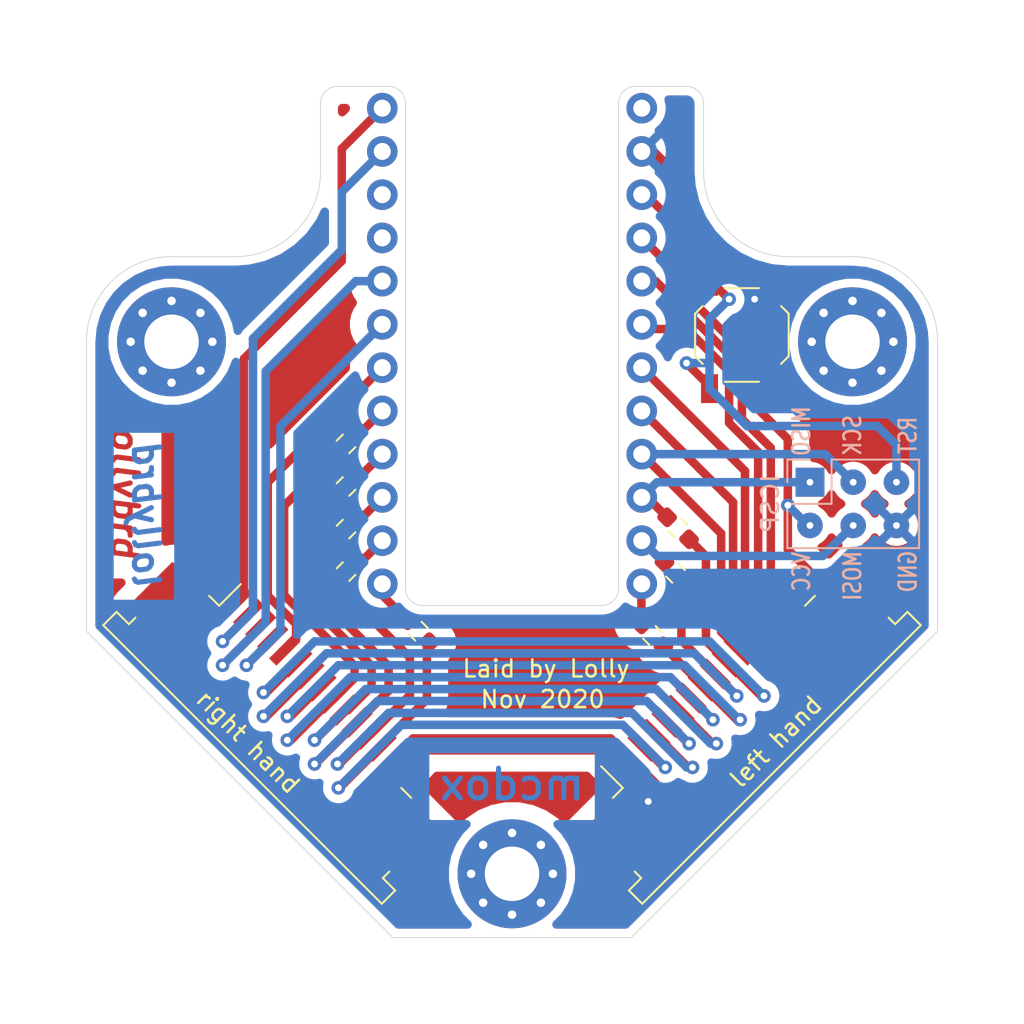
<source format=kicad_pcb>
(kicad_pcb (version 20171130) (host pcbnew 5.1.7-a382d34a8~87~ubuntu18.04.1)

  (general
    (thickness 1.6)
    (drawings 45)
    (tracks 278)
    (zones 0)
    (modules 16)
    (nets 33)
  )

  (page A4)
  (layers
    (0 F.Cu signal)
    (31 B.Cu signal)
    (32 B.Adhes user hide)
    (33 F.Adhes user hide)
    (34 B.Paste user hide)
    (35 F.Paste user hide)
    (36 B.SilkS user)
    (37 F.SilkS user)
    (38 B.Mask user)
    (39 F.Mask user)
    (40 Dwgs.User user)
    (41 Cmts.User user hide)
    (42 Eco1.User user hide)
    (43 Eco2.User user hide)
    (44 Edge.Cuts user)
    (45 Margin user hide)
    (46 B.CrtYd user)
    (47 F.CrtYd user)
    (48 B.Fab user)
    (49 F.Fab user)
  )

  (setup
    (last_trace_width 0.5)
    (user_trace_width 0.5)
    (trace_clearance 0.2)
    (zone_clearance 1)
    (zone_45_only no)
    (trace_min 0.2)
    (via_size 0.8)
    (via_drill 0.4)
    (via_min_size 0.4)
    (via_min_drill 0.3)
    (uvia_size 0.3)
    (uvia_drill 0.1)
    (uvias_allowed no)
    (uvia_min_size 0.2)
    (uvia_min_drill 0.1)
    (edge_width 0.05)
    (segment_width 0.2)
    (pcb_text_width 0.3)
    (pcb_text_size 1.5 1.5)
    (mod_edge_width 0.15)
    (mod_text_size 1 1)
    (mod_text_width 0.15)
    (pad_size 1.7 1.7)
    (pad_drill 0.4)
    (pad_to_mask_clearance 0)
    (aux_axis_origin 0 0)
    (visible_elements FFFFFF7F)
    (pcbplotparams
      (layerselection 0x010fc_ffffffff)
      (usegerberextensions true)
      (usegerberattributes true)
      (usegerberadvancedattributes true)
      (creategerberjobfile true)
      (excludeedgelayer true)
      (linewidth 0.100000)
      (plotframeref false)
      (viasonmask false)
      (mode 1)
      (useauxorigin false)
      (hpglpennumber 1)
      (hpglpenspeed 20)
      (hpglpendiameter 15.000000)
      (psnegative false)
      (psa4output false)
      (plotreference true)
      (plotvalue true)
      (plotinvisibletext false)
      (padsonsilk false)
      (subtractmaskfromsilk true)
      (outputformat 1)
      (mirror false)
      (drillshape 0)
      (scaleselection 1)
      (outputdirectory "gbr/"))
  )

  (net 0 "")
  (net 1 row0)
  (net 2 row1)
  (net 3 row2)
  (net 4 row3)
  (net 5 row4)
  (net 6 col0)
  (net 7 col1)
  (net 8 col2)
  (net 9 col3)
  (net 10 col4)
  (net 11 col5)
  (net 12 col6)
  (net 13 col7)
  (net 14 "Net-(R2-Pad2)")
  (net 15 "Net-(R3-Pad2)")
  (net 16 "Net-(R4-Pad2)")
  (net 17 "Net-(R5-Pad2)")
  (net 18 GND)
  (net 19 row6)
  (net 20 row7)
  (net 21 row8)
  (net 22 row9)
  (net 23 "Net-(R6-Pad2)")
  (net 24 "Net-(R7-Pad2)")
  (net 25 "Net-(U1-Pad13)")
  (net 26 RST)
  (net 27 MOSI)
  (net 28 SCK)
  (net 29 VCC)
  (net 30 MISO)
  (net 31 "Net-(U1-Pad4)")
  (net 32 "Net-(U1-Pad3)")

  (net_class Default "This is the default net class."
    (clearance 0.2)
    (trace_width 0.25)
    (via_dia 0.8)
    (via_drill 0.4)
    (uvia_dia 0.3)
    (uvia_drill 0.1)
    (add_net GND)
    (add_net MISO)
    (add_net MOSI)
    (add_net "Net-(R2-Pad2)")
    (add_net "Net-(R3-Pad2)")
    (add_net "Net-(R4-Pad2)")
    (add_net "Net-(R5-Pad2)")
    (add_net "Net-(R6-Pad2)")
    (add_net "Net-(R7-Pad2)")
    (add_net "Net-(U1-Pad13)")
    (add_net "Net-(U1-Pad3)")
    (add_net "Net-(U1-Pad4)")
    (add_net RST)
    (add_net SCK)
    (add_net VCC)
    (add_net col0)
    (add_net col1)
    (add_net col2)
    (add_net col3)
    (add_net col4)
    (add_net col5)
    (add_net col6)
    (add_net col7)
    (add_net row0)
    (add_net row1)
    (add_net row2)
    (add_net row3)
    (add_net row4)
    (add_net row6)
    (add_net row7)
    (add_net row8)
    (add_net row9)
  )

  (module ctrl:R_0603_1608Metric_Pad0.98x0.95mm_HandSolder (layer F.Cu) (tedit 5F68FEEE) (tstamp 5FB92C05)
    (at 215.25 123.5 45)
    (descr "Resistor SMD 0603 (1608 Metric), square (rectangular) end terminal, IPC_7351 nominal with elongated pad for handsoldering. (Body size source: IPC-SM-782 page 72, https://www.pcb-3d.com/wordpress/wp-content/uploads/ipc-sm-782a_amendment_1_and_2.pdf), generated with kicad-footprint-generator")
    (tags "resistor handsolder")
    (path /5FBBA53E)
    (attr smd)
    (fp_text reference R6 (at 0 1.5 225) (layer F.SilkS) hide
      (effects (font (size 1 1) (thickness 0.15)))
    )
    (fp_text value 220 (at 0 1.43 225) (layer F.Fab) hide
      (effects (font (size 1 1) (thickness 0.15)))
    )
    (fp_line (start 1.65 0.73) (end -1.65 0.73) (layer F.CrtYd) (width 0.05))
    (fp_line (start 1.65 -0.73) (end 1.65 0.73) (layer F.CrtYd) (width 0.05))
    (fp_line (start -1.65 -0.73) (end 1.65 -0.73) (layer F.CrtYd) (width 0.05))
    (fp_line (start -1.65 0.73) (end -1.65 -0.73) (layer F.CrtYd) (width 0.05))
    (fp_line (start -0.254724 0.5225) (end 0.254724 0.5225) (layer F.SilkS) (width 0.12))
    (fp_line (start -0.254724 -0.5225) (end 0.254724 -0.5225) (layer F.SilkS) (width 0.12))
    (fp_line (start 0.8 0.4125) (end -0.8 0.4125) (layer F.Fab) (width 0.1))
    (fp_line (start 0.8 -0.4125) (end 0.8 0.4125) (layer F.Fab) (width 0.1))
    (fp_line (start -0.8 -0.4125) (end 0.8 -0.4125) (layer F.Fab) (width 0.1))
    (fp_line (start -0.8 0.4125) (end -0.8 -0.4125) (layer F.Fab) (width 0.1))
    (fp_text user %R (at 0 0 225) (layer F.Fab)
      (effects (font (size 0.4 0.4) (thickness 0.06)))
    )
    (pad 2 smd roundrect (at 0.9125 0 45) (size 0.975 0.95) (layers F.Cu F.Paste F.Mask) (roundrect_rratio 0.25)
      (net 23 "Net-(R6-Pad2)"))
    (pad 1 smd roundrect (at -0.9125 0 45) (size 0.975 0.95) (layers F.Cu F.Paste F.Mask) (roundrect_rratio 0.25)
      (net 10 col4))
    (model ${KISYS3DMOD}/Resistor_SMD.3dshapes/R_0603_1608Metric.wrl
      (at (xyz 0 0 0))
      (scale (xyz 1 1 1))
      (rotate (xyz 0 0 0))
    )
  )

  (module ctrl:R_0603_1608Metric_Pad0.98x0.95mm_HandSolder (layer F.Cu) (tedit 5F68FEEE) (tstamp 5FB92BE3)
    (at 215.25 128.5 45)
    (descr "Resistor SMD 0603 (1608 Metric), square (rectangular) end terminal, IPC_7351 nominal with elongated pad for handsoldering. (Body size source: IPC-SM-782 page 72, https://www.pcb-3d.com/wordpress/wp-content/uploads/ipc-sm-782a_amendment_1_and_2.pdf), generated with kicad-footprint-generator")
    (tags "resistor handsolder")
    (path /5FBBA532)
    (attr smd)
    (fp_text reference R4 (at 0 1.5 225) (layer F.SilkS) hide
      (effects (font (size 1 1) (thickness 0.15)))
    )
    (fp_text value 220 (at 0 1.43 225) (layer F.Fab) hide
      (effects (font (size 1 1) (thickness 0.15)))
    )
    (fp_line (start 1.65 0.73) (end -1.65 0.73) (layer F.CrtYd) (width 0.05))
    (fp_line (start 1.65 -0.73) (end 1.65 0.73) (layer F.CrtYd) (width 0.05))
    (fp_line (start -1.65 -0.73) (end 1.65 -0.73) (layer F.CrtYd) (width 0.05))
    (fp_line (start -1.65 0.73) (end -1.65 -0.73) (layer F.CrtYd) (width 0.05))
    (fp_line (start -0.254724 0.5225) (end 0.254724 0.5225) (layer F.SilkS) (width 0.12))
    (fp_line (start -0.254724 -0.5225) (end 0.254724 -0.5225) (layer F.SilkS) (width 0.12))
    (fp_line (start 0.8 0.4125) (end -0.8 0.4125) (layer F.Fab) (width 0.1))
    (fp_line (start 0.8 -0.4125) (end 0.8 0.4125) (layer F.Fab) (width 0.1))
    (fp_line (start -0.8 -0.4125) (end 0.8 -0.4125) (layer F.Fab) (width 0.1))
    (fp_line (start -0.8 0.4125) (end -0.8 -0.4125) (layer F.Fab) (width 0.1))
    (fp_text user %R (at 0 0 225) (layer F.Fab)
      (effects (font (size 0.4 0.4) (thickness 0.06)))
    )
    (pad 2 smd roundrect (at 0.9125 0 45) (size 0.975 0.95) (layers F.Cu F.Paste F.Mask) (roundrect_rratio 0.25)
      (net 16 "Net-(R4-Pad2)"))
    (pad 1 smd roundrect (at -0.9125 0 45) (size 0.975 0.95) (layers F.Cu F.Paste F.Mask) (roundrect_rratio 0.25)
      (net 12 col6))
    (model ${KISYS3DMOD}/Resistor_SMD.3dshapes/R_0603_1608Metric.wrl
      (at (xyz 0 0 0))
      (scale (xyz 1 1 1))
      (rotate (xyz 0 0 0))
    )
  )

  (module ctrl:TE_1-84953-5_1x15-1MP_P1.0mm_Horizontal (layer F.Cu) (tedit 5AEE14E3) (tstamp 5FB75BE7)
    (at 212.5 136.5 315)
    (descr "TE FPC connector, 15 top-side contacts, 1.0mm pitch, 1.0mm height, SMT, http://www.te.com/commerce/DocumentDelivery/DDEController?Action=srchrtrv&DocNm=84953&DocType=Customer+Drawing&DocLang=English&DocFormat=pdf&PartCntxt=84953-4")
    (tags "te fpc 84953")
    (path /5FBD26A4)
    (attr smd)
    (fp_text reference Jright1 (at 0 -4 135) (layer F.SilkS) hide
      (effects (font (size 1 1) (thickness 0.15)))
    )
    (fp_text value Conn_01x15 (at 0 7.7 135) (layer F.Fab) hide
      (effects (font (size 1 1) (thickness 0.15)))
    )
    (fp_line (start -10.435 -0.8) (end 10.435 -0.8) (layer F.Fab) (width 0.1))
    (fp_line (start 10.435 -0.8) (end 10.435 3.71) (layer F.Fab) (width 0.1))
    (fp_line (start 10.435 3.71) (end 11.46 3.71) (layer F.Fab) (width 0.1))
    (fp_line (start 11.46 3.71) (end 11.46 4.6) (layer F.Fab) (width 0.1))
    (fp_line (start 11.46 4.6) (end -11.46 4.6) (layer F.Fab) (width 0.1))
    (fp_line (start -11.46 4.6) (end -11.46 3.71) (layer F.Fab) (width 0.1))
    (fp_line (start -11.46 3.71) (end -10.435 3.71) (layer F.Fab) (width 0.1))
    (fp_line (start -10.435 3.71) (end -10.435 -0.8) (layer F.Fab) (width 0.1))
    (fp_line (start -7.5 -0.8) (end -7 0.2) (layer F.Fab) (width 0.1))
    (fp_line (start -7 0.2) (end -6.5 -0.8) (layer F.Fab) (width 0.1))
    (fp_line (start 10.435 4.6) (end 10.435 5.61) (layer F.Fab) (width 0.1))
    (fp_line (start 10.435 5.61) (end 11.46 5.61) (layer F.Fab) (width 0.1))
    (fp_line (start 11.46 5.61) (end 11.46 6.5) (layer F.Fab) (width 0.1))
    (fp_line (start 11.46 6.5) (end -11.46 6.5) (layer F.Fab) (width 0.1))
    (fp_line (start -11.46 6.5) (end -11.46 5.61) (layer F.Fab) (width 0.1))
    (fp_line (start -11.46 5.61) (end -10.435 5.61) (layer F.Fab) (width 0.1))
    (fp_line (start -10.435 5.61) (end -10.435 4.6) (layer F.Fab) (width 0.1))
    (fp_line (start 10.545 3.06) (end 10.545 3.6) (layer F.SilkS) (width 0.12))
    (fp_line (start 10.545 3.6) (end 11.57 3.6) (layer F.SilkS) (width 0.12))
    (fp_line (start 11.57 3.6) (end 11.57 4.71) (layer F.SilkS) (width 0.12))
    (fp_line (start 11.57 4.71) (end -11.57 4.71) (layer F.SilkS) (width 0.12))
    (fp_line (start -11.57 4.71) (end -11.57 3.6) (layer F.SilkS) (width 0.12))
    (fp_line (start -11.57 3.6) (end -10.545 3.6) (layer F.SilkS) (width 0.12))
    (fp_line (start -10.545 3.6) (end -10.545 3.06) (layer F.SilkS) (width 0.12))
    (fp_line (start -8.39 -0.91) (end -7.565 -0.91) (layer F.SilkS) (width 0.12))
    (fp_line (start -7.565 -0.91) (end -7.565 -2.71) (layer F.SilkS) (width 0.12))
    (fp_line (start 7.565 -0.91) (end 8.39 -0.91) (layer F.SilkS) (width 0.12))
    (fp_line (start -11.96 -3.3) (end -11.96 7) (layer F.CrtYd) (width 0.05))
    (fp_line (start -11.96 7) (end 11.96 7) (layer F.CrtYd) (width 0.05))
    (fp_line (start 11.96 7) (end 11.96 -3.3) (layer F.CrtYd) (width 0.05))
    (fp_line (start 11.96 -3.3) (end -11.96 -3.3) (layer F.CrtYd) (width 0.05))
    (fp_text user %R (at 0 1.9 135) (layer F.Fab) hide
      (effects (font (size 1 1) (thickness 0.15)))
    )
    (pad MP smd rect (at 9.99 1 315) (size 2.68 3.6) (layers F.Cu F.Paste F.Mask))
    (pad MP smd rect (at -9.99 1 315) (size 2.68 3.6) (layers F.Cu F.Paste F.Mask))
    (pad 15 smd rect (at 7 -1.8 315) (size 0.61 2) (layers F.Cu F.Paste F.Mask)
      (net 18 GND))
    (pad 14 smd rect (at 6 -1.8 315) (size 0.61 2) (layers F.Cu F.Paste F.Mask)
      (net 29 VCC))
    (pad 13 smd rect (at 5 -1.8 315) (size 0.61 2) (layers F.Cu F.Paste F.Mask)
      (net 13 col7))
    (pad 12 smd rect (at 4 -1.8 315) (size 0.61 2) (layers F.Cu F.Paste F.Mask)
      (net 12 col6))
    (pad 11 smd rect (at 3 -1.8 315) (size 0.61 2) (layers F.Cu F.Paste F.Mask)
      (net 11 col5))
    (pad 10 smd rect (at 2 -1.8 315) (size 0.61 2) (layers F.Cu F.Paste F.Mask)
      (net 10 col4))
    (pad 9 smd rect (at 1 -1.8 315) (size 0.61 2) (layers F.Cu F.Paste F.Mask)
      (net 9 col3))
    (pad 8 smd rect (at 0 -1.8 315) (size 0.61 2) (layers F.Cu F.Paste F.Mask)
      (net 8 col2))
    (pad 7 smd rect (at -1 -1.8 315) (size 0.61 2) (layers F.Cu F.Paste F.Mask)
      (net 7 col1))
    (pad 6 smd rect (at -2 -1.8 315) (size 0.61 2) (layers F.Cu F.Paste F.Mask)
      (net 6 col0))
    (pad 5 smd rect (at -3 -1.8 315) (size 0.61 2) (layers F.Cu F.Paste F.Mask)
      (net 5 row4))
    (pad 4 smd rect (at -4 -1.8 315) (size 0.61 2) (layers F.Cu F.Paste F.Mask)
      (net 4 row3))
    (pad 3 smd rect (at -5 -1.8 315) (size 0.61 2) (layers F.Cu F.Paste F.Mask)
      (net 3 row2))
    (pad 2 smd rect (at -6 -1.8 315) (size 0.61 2) (layers F.Cu F.Paste F.Mask)
      (net 2 row1))
    (pad 1 smd rect (at -7 -1.8 315) (size 0.61 2) (layers F.Cu F.Paste F.Mask)
      (net 1 row0))
    (model ${KISYS3DMOD}/Connector_FFC-FPC.3dshapes/TE_1-84953-5_1x15-1MP_P1.0mm_Horizontal.wrl
      (at (xyz 0 0 0))
      (scale (xyz 1 1 1))
      (rotate (xyz 0 0 0))
    )
  )

  (module Button_Switch_SMD:SW_SPST_TL3342 (layer F.Cu) (tedit 5A02FC95) (tstamp 5FBA2A93)
    (at 238.5 114.6 90)
    (descr "Low-profile SMD Tactile Switch, https://www.e-switch.com/system/asset/product_line/data_sheet/165/TL3342.pdf")
    (tags "SPST Tactile Switch")
    (path /5FC5EBEC)
    (attr smd)
    (fp_text reference SW1 (at 0 -3.75 270) (layer F.SilkS) hide
      (effects (font (size 1 1) (thickness 0.15)))
    )
    (fp_text value SW_Push (at 0 3.75 270) (layer F.Fab)
      (effects (font (size 1 1) (thickness 0.15)))
    )
    (fp_text user %R (at 0 -3.75 270) (layer F.Fab)
      (effects (font (size 1 1) (thickness 0.15)))
    )
    (fp_circle (center 0 0) (end 1 0) (layer F.Fab) (width 0.1))
    (fp_line (start -4.25 3) (end -4.25 -3) (layer F.CrtYd) (width 0.05))
    (fp_line (start 4.25 3) (end -4.25 3) (layer F.CrtYd) (width 0.05))
    (fp_line (start 4.25 -3) (end 4.25 3) (layer F.CrtYd) (width 0.05))
    (fp_line (start -4.25 -3) (end 4.25 -3) (layer F.CrtYd) (width 0.05))
    (fp_line (start -1.2 -2.6) (end -2.6 -1.2) (layer F.Fab) (width 0.1))
    (fp_line (start 1.2 -2.6) (end -1.2 -2.6) (layer F.Fab) (width 0.1))
    (fp_line (start 2.6 -1.2) (end 1.2 -2.6) (layer F.Fab) (width 0.1))
    (fp_line (start 2.6 1.2) (end 2.6 -1.2) (layer F.Fab) (width 0.1))
    (fp_line (start 1.2 2.6) (end 2.6 1.2) (layer F.Fab) (width 0.1))
    (fp_line (start -1.2 2.6) (end 1.2 2.6) (layer F.Fab) (width 0.1))
    (fp_line (start -2.6 1.2) (end -1.2 2.6) (layer F.Fab) (width 0.1))
    (fp_line (start -2.6 -1.2) (end -2.6 1.2) (layer F.Fab) (width 0.1))
    (fp_line (start -1.25 -2.75) (end 1.25 -2.75) (layer F.SilkS) (width 0.12))
    (fp_line (start -2.75 -1) (end -2.75 1) (layer F.SilkS) (width 0.12))
    (fp_line (start -1.25 2.75) (end 1.25 2.75) (layer F.SilkS) (width 0.12))
    (fp_line (start 2.75 -1) (end 2.75 1) (layer F.SilkS) (width 0.12))
    (fp_line (start -2 1) (end -2 -1) (layer F.Fab) (width 0.1))
    (fp_line (start -1 2) (end -2 1) (layer F.Fab) (width 0.1))
    (fp_line (start 1 2) (end -1 2) (layer F.Fab) (width 0.1))
    (fp_line (start 2 1) (end 1 2) (layer F.Fab) (width 0.1))
    (fp_line (start 2 -1) (end 2 1) (layer F.Fab) (width 0.1))
    (fp_line (start 1 -2) (end 2 -1) (layer F.Fab) (width 0.1))
    (fp_line (start -1 -2) (end 1 -2) (layer F.Fab) (width 0.1))
    (fp_line (start -2 -1) (end -1 -2) (layer F.Fab) (width 0.1))
    (fp_line (start -1.7 -2.3) (end -1.25 -2.75) (layer F.SilkS) (width 0.12))
    (fp_line (start 1.7 -2.3) (end 1.25 -2.75) (layer F.SilkS) (width 0.12))
    (fp_line (start 1.7 2.3) (end 1.25 2.75) (layer F.SilkS) (width 0.12))
    (fp_line (start -1.7 2.3) (end -1.25 2.75) (layer F.SilkS) (width 0.12))
    (fp_line (start 3.2 1.6) (end 2.2 1.6) (layer F.Fab) (width 0.1))
    (fp_line (start 2.7 2.1) (end 2.7 1.6) (layer F.Fab) (width 0.1))
    (fp_line (start 1.7 2.1) (end 3.2 2.1) (layer F.Fab) (width 0.1))
    (fp_line (start -1.7 2.1) (end -3.2 2.1) (layer F.Fab) (width 0.1))
    (fp_line (start -3.2 1.6) (end -2.2 1.6) (layer F.Fab) (width 0.1))
    (fp_line (start -2.7 2.1) (end -2.7 1.6) (layer F.Fab) (width 0.1))
    (fp_line (start -3.2 -1.6) (end -2.2 -1.6) (layer F.Fab) (width 0.1))
    (fp_line (start -1.7 -2.1) (end -3.2 -2.1) (layer F.Fab) (width 0.1))
    (fp_line (start -2.7 -2.1) (end -2.7 -1.6) (layer F.Fab) (width 0.1))
    (fp_line (start 3.2 -1.6) (end 2.2 -1.6) (layer F.Fab) (width 0.1))
    (fp_line (start 1.7 -2.1) (end 3.2 -2.1) (layer F.Fab) (width 0.1))
    (fp_line (start 2.7 -2.1) (end 2.7 -1.6) (layer F.Fab) (width 0.1))
    (fp_line (start -3.2 -2.1) (end -3.2 -1.6) (layer F.Fab) (width 0.1))
    (fp_line (start -3.2 2.1) (end -3.2 1.6) (layer F.Fab) (width 0.1))
    (fp_line (start 3.2 -2.1) (end 3.2 -1.6) (layer F.Fab) (width 0.1))
    (fp_line (start 3.2 2.1) (end 3.2 1.6) (layer F.Fab) (width 0.1))
    (pad 1 smd rect (at -3.15 -1.9 90) (size 1.7 1) (layers F.Cu F.Paste F.Mask)
      (net 26 RST))
    (pad 1 smd rect (at 3.15 -1.9 90) (size 1.7 1) (layers F.Cu F.Paste F.Mask)
      (net 26 RST))
    (pad 2 smd rect (at -3.15 1.9 90) (size 1.7 1) (layers F.Cu F.Paste F.Mask)
      (net 18 GND))
    (pad 2 smd rect (at 3.15 1.9 90) (size 1.7 1) (layers F.Cu F.Paste F.Mask)
      (net 18 GND))
    (model ${KISYS3DMOD}/Button_Switch_SMD.3dshapes/SW_SPST_TL3342.wrl
      (at (xyz 0 0 0))
      (scale (xyz 1 1 1))
      (rotate (xyz 0 0 0))
    )
  )

  (module Connector_PinHeader_2.54mm:PinHeader_2x03_P2.54mm_Vertical (layer B.Cu) (tedit 5FBC1324) (tstamp 5FBA288D)
    (at 242.5 123.25 270)
    (descr "Through hole straight pin header, 2x03, 2.54mm pitch, double rows")
    (tags "Through hole pin header THT 2x03 2.54mm double row")
    (path /5FC88CD0)
    (fp_text reference ICSP (at 1.27 2.33 90) (layer B.SilkS)
      (effects (font (size 1 1) (thickness 0.15)) (justify mirror))
    )
    (fp_text value Conn_02x03_Odd_Even (at 1.27 -7.41 90) (layer B.Fab)
      (effects (font (size 1 1) (thickness 0.15)) (justify mirror))
    )
    (fp_line (start 0 1.27) (end 3.81 1.27) (layer B.Fab) (width 0.1))
    (fp_line (start 3.81 1.27) (end 3.81 -6.35) (layer B.Fab) (width 0.1))
    (fp_line (start 3.81 -6.35) (end -1.27 -6.35) (layer B.Fab) (width 0.1))
    (fp_line (start -1.27 -6.35) (end -1.27 0) (layer B.Fab) (width 0.1))
    (fp_line (start -1.27 0) (end 0 1.27) (layer B.Fab) (width 0.1))
    (fp_line (start -1.33 -6.41) (end 3.87 -6.41) (layer B.SilkS) (width 0.12))
    (fp_line (start -1.33 -1.27) (end -1.33 -6.41) (layer B.SilkS) (width 0.12))
    (fp_line (start 3.87 1.33) (end 3.87 -6.41) (layer B.SilkS) (width 0.12))
    (fp_line (start -1.33 -1.27) (end 1.27 -1.27) (layer B.SilkS) (width 0.12))
    (fp_line (start 1.27 -1.27) (end 1.27 1.33) (layer B.SilkS) (width 0.12))
    (fp_line (start 1.27 1.33) (end 3.87 1.33) (layer B.SilkS) (width 0.12))
    (fp_line (start -1.33 0) (end -1.33 1.33) (layer B.SilkS) (width 0.12))
    (fp_line (start -1.33 1.33) (end 0 1.33) (layer B.SilkS) (width 0.12))
    (fp_line (start -1.8 1.8) (end -1.8 -6.85) (layer B.CrtYd) (width 0.05))
    (fp_line (start -1.8 -6.85) (end 4.35 -6.85) (layer B.CrtYd) (width 0.05))
    (fp_line (start 4.35 -6.85) (end 4.35 1.8) (layer B.CrtYd) (width 0.05))
    (fp_line (start 4.35 1.8) (end -1.8 1.8) (layer B.CrtYd) (width 0.05))
    (fp_text user %R (at 1.27 -2.54 180) (layer B.Fab)
      (effects (font (size 1 1) (thickness 0.15)) (justify mirror))
    )
    (pad 6 thru_hole circle (at 2.54 -5.08 270) (size 1.5 1.5) (drill 0.4) (layers B.Cu B.Mask)
      (net 18 GND))
    (pad 5 thru_hole circle (at 0 -5.08 270) (size 1.5 1.5) (drill 0.4) (layers B.Cu B.Mask)
      (net 26 RST))
    (pad 4 thru_hole circle (at 2.54 -2.54 270) (size 1.5 1.5) (drill 0.4) (layers B.Cu B.Mask)
      (net 27 MOSI))
    (pad 3 thru_hole circle (at 0 -2.54 270) (size 1.5 1.5) (drill 0.4) (layers B.Cu B.Mask)
      (net 28 SCK))
    (pad 2 thru_hole circle (at 2.54 0 270) (size 1.5 1.5) (drill 0.4) (layers B.Cu B.Mask)
      (net 29 VCC))
    (pad 1 thru_hole rect (at 0 0 270) (size 1.7 1.7) (drill 0.4) (layers B.Cu B.Mask)
      (net 30 MISO))
  )

  (module ctrl:ArduinoProMicro (layer F.Cu) (tedit 5FB939CA) (tstamp 5FB9BEF0)
    (at 225 115.25)
    (path /5FB71D0A)
    (fp_text reference U1 (at 0 1.27) (layer F.SilkS) hide
      (effects (font (size 1 1) (thickness 0.15)))
    )
    (fp_text value ArduinoProMicro (at 0 -1.27) (layer F.Fab) hide
      (effects (font (size 1 1) (thickness 0.15)))
    )
    (fp_line (start 0 -3.81) (end -5.08 1.27) (layer F.Fab) (width 0.12))
    (fp_line (start 5.08 1.27) (end 0 -3.81) (layer F.Fab) (width 0.12))
    (fp_line (start 0 6.35) (end 5.08 1.27) (layer F.Fab) (width 0.12))
    (fp_line (start -5.08 1.27) (end 0 6.35) (layer F.Fab) (width 0.12))
    (fp_line (start 3.175 7.62) (end 3.175 10.16) (layer F.Fab) (width 0.12))
    (fp_line (start 4.445 7.62) (end 3.175 7.62) (layer F.Fab) (width 0.12))
    (fp_line (start 3.175 10.16) (end 4.445 10.16) (layer F.Fab) (width 0.12))
    (fp_line (start 4.445 10.16) (end 4.445 7.62) (layer F.Fab) (width 0.12))
    (fp_line (start -3.175 7.62) (end -4.445 7.62) (layer F.Fab) (width 0.12))
    (fp_line (start -3.175 10.16) (end -3.175 7.62) (layer F.Fab) (width 0.12))
    (fp_line (start -4.445 10.16) (end -3.175 10.16) (layer F.Fab) (width 0.12))
    (fp_line (start -4.445 7.62) (end -4.445 10.16) (layer F.Fab) (width 0.12))
    (fp_line (start -3.81 -17.78) (end -3.81 -13.97) (layer F.Fab) (width 0.12))
    (fp_line (start 3.81 -17.78) (end -3.81 -17.78) (layer F.Fab) (width 0.12))
    (fp_line (start 3.81 -13.97) (end 3.81 -17.78) (layer F.Fab) (width 0.12))
    (fp_line (start -3.81 -13.97) (end 3.81 -13.97) (layer F.Fab) (width 0.12))
    (fp_line (start 6.35 -15.24) (end 8.89 -15.24) (layer F.Fab) (width 0.12))
    (fp_line (start -8.89 -15.24) (end -6.35 -15.24) (layer F.Fab) (width 0.12))
    (fp_line (start 6.35 -15.24) (end 6.35 15.24) (layer F.Fab) (width 0.12))
    (fp_line (start -6.35 -15.24) (end -6.35 15.24) (layer F.Fab) (width 0.12))
    (fp_line (start 8.89 -17.78) (end -8.89 -17.78) (layer F.Fab) (width 0.12))
    (fp_line (start 8.89 15.24) (end 8.89 -17.78) (layer F.Fab) (width 0.12))
    (fp_line (start -8.89 15.24) (end 8.89 15.24) (layer F.Fab) (width 0.12))
    (fp_line (start -8.89 -17.78) (end -8.89 15.24) (layer F.Fab) (width 0.12))
    (pad 24 thru_hole circle (at 7.62 13.97) (size 1.8 1.8) (drill 1) (layers *.Cu *.Mask)
      (net 14 "Net-(R2-Pad2)"))
    (pad 23 thru_hole circle (at 7.62 11.43) (size 1.8 1.8) (drill 1) (layers *.Cu *.Mask)
      (net 27 MOSI))
    (pad 22 thru_hole circle (at 7.62 8.89) (size 1.8 1.8) (drill 1) (layers *.Cu *.Mask)
      (net 30 MISO))
    (pad 21 thru_hole circle (at 7.62 6.35) (size 1.8 1.8) (drill 1) (layers *.Cu *.Mask)
      (net 28 SCK))
    (pad 20 thru_hole circle (at 7.62 3.81) (size 1.8 1.8) (drill 1) (layers *.Cu *.Mask)
      (net 19 row6))
    (pad 19 thru_hole circle (at 7.62 1.27) (size 1.8 1.8) (drill 1) (layers *.Cu *.Mask)
      (net 20 row7))
    (pad 18 thru_hole circle (at 7.62 -1.27) (size 1.8 1.8) (drill 1) (layers *.Cu *.Mask)
      (net 21 row8))
    (pad 17 thru_hole circle (at 7.62 -3.81) (size 1.8 1.8) (drill 1) (layers *.Cu *.Mask)
      (net 22 row9))
    (pad 16 thru_hole circle (at 7.62 -6.35) (size 1.8 1.8) (drill 1) (layers *.Cu *.Mask)
      (net 29 VCC))
    (pad 15 thru_hole circle (at 7.62 -8.89) (size 1.8 1.8) (drill 1) (layers *.Cu *.Mask)
      (net 26 RST))
    (pad 14 thru_hole circle (at 7.62 -11.43) (size 1.8 1.8) (drill 1) (layers *.Cu *.Mask)
      (net 18 GND))
    (pad 13 thru_hole circle (at 7.62 -13.97) (size 1.8 1.8) (drill 1) (layers *.Cu *.Mask)
      (net 25 "Net-(U1-Pad13)"))
    (pad 12 thru_hole circle (at -7.62 13.97) (size 1.8 1.8) (drill 1) (layers *.Cu *.Mask)
      (net 15 "Net-(R3-Pad2)"))
    (pad 11 thru_hole circle (at -7.62 11.43) (size 1.8 1.8) (drill 1) (layers *.Cu *.Mask)
      (net 16 "Net-(R4-Pad2)"))
    (pad 10 thru_hole circle (at -7.62 8.89) (size 1.8 1.8) (drill 1) (layers *.Cu *.Mask)
      (net 17 "Net-(R5-Pad2)"))
    (pad 9 thru_hole circle (at -7.62 6.35) (size 1.8 1.8) (drill 1) (layers *.Cu *.Mask)
      (net 23 "Net-(R6-Pad2)"))
    (pad 8 thru_hole circle (at -7.62 3.81) (size 1.8 1.8) (drill 1) (layers *.Cu *.Mask)
      (net 24 "Net-(R7-Pad2)"))
    (pad 7 thru_hole circle (at -7.62 1.27) (size 1.8 1.8) (drill 1) (layers *.Cu *.Mask)
      (net 5 row4))
    (pad 6 thru_hole circle (at -7.62 -1.27) (size 1.8 1.8) (drill 1) (layers *.Cu *.Mask)
      (net 4 row3))
    (pad 5 thru_hole circle (at -7.62 -3.81) (size 1.8 1.8) (drill 1) (layers *.Cu *.Mask)
      (net 3 row2))
    (pad 4 thru_hole circle (at -7.62 -6.35) (size 1.8 1.8) (drill 1) (layers *.Cu *.Mask)
      (net 31 "Net-(U1-Pad4)"))
    (pad 3 thru_hole circle (at -7.62 -8.89) (size 1.8 1.8) (drill 1) (layers *.Cu *.Mask)
      (net 32 "Net-(U1-Pad3)"))
    (pad 2 thru_hole circle (at -7.62 -11.43) (size 1.8 1.8) (drill 1) (layers *.Cu *.Mask)
      (net 2 row1))
    (pad 1 thru_hole circle (at -7.62 -13.97) (size 1.8 1.8) (drill 1) (layers *.Cu *.Mask)
      (net 1 row0))
  )

  (module ctrl:R_0603_1608Metric_Pad0.98x0.95mm_HandSolder (layer F.Cu) (tedit 5F68FEEE) (tstamp 5FB92C16)
    (at 215.25 121 45)
    (descr "Resistor SMD 0603 (1608 Metric), square (rectangular) end terminal, IPC_7351 nominal with elongated pad for handsoldering. (Body size source: IPC-SM-782 page 72, https://www.pcb-3d.com/wordpress/wp-content/uploads/ipc-sm-782a_amendment_1_and_2.pdf), generated with kicad-footprint-generator")
    (tags "resistor handsolder")
    (path /5FBBA544)
    (attr smd)
    (fp_text reference R7 (at 0 1.5 225) (layer F.SilkS) hide
      (effects (font (size 1 1) (thickness 0.15)))
    )
    (fp_text value 220 (at 0 1.43 225) (layer F.Fab) hide
      (effects (font (size 1 1) (thickness 0.15)))
    )
    (fp_line (start 1.65 0.73) (end -1.65 0.73) (layer F.CrtYd) (width 0.05))
    (fp_line (start 1.65 -0.73) (end 1.65 0.73) (layer F.CrtYd) (width 0.05))
    (fp_line (start -1.65 -0.73) (end 1.65 -0.73) (layer F.CrtYd) (width 0.05))
    (fp_line (start -1.65 0.73) (end -1.65 -0.73) (layer F.CrtYd) (width 0.05))
    (fp_line (start -0.254724 0.5225) (end 0.254724 0.5225) (layer F.SilkS) (width 0.12))
    (fp_line (start -0.254724 -0.5225) (end 0.254724 -0.5225) (layer F.SilkS) (width 0.12))
    (fp_line (start 0.8 0.4125) (end -0.8 0.4125) (layer F.Fab) (width 0.1))
    (fp_line (start 0.8 -0.4125) (end 0.8 0.4125) (layer F.Fab) (width 0.1))
    (fp_line (start -0.8 -0.4125) (end 0.8 -0.4125) (layer F.Fab) (width 0.1))
    (fp_line (start -0.8 0.4125) (end -0.8 -0.4125) (layer F.Fab) (width 0.1))
    (fp_text user %R (at 0 0 225) (layer F.Fab)
      (effects (font (size 0.4 0.4) (thickness 0.06)))
    )
    (pad 2 smd roundrect (at 0.9125 0 45) (size 0.975 0.95) (layers F.Cu F.Paste F.Mask) (roundrect_rratio 0.25)
      (net 24 "Net-(R7-Pad2)"))
    (pad 1 smd roundrect (at -0.9125 0 45) (size 0.975 0.95) (layers F.Cu F.Paste F.Mask) (roundrect_rratio 0.25)
      (net 9 col3))
    (model ${KISYS3DMOD}/Resistor_SMD.3dshapes/R_0603_1608Metric.wrl
      (at (xyz 0 0 0))
      (scale (xyz 1 1 1))
      (rotate (xyz 0 0 0))
    )
  )

  (module ctrl:R_0603_1608Metric_Pad0.98x0.95mm_HandSolder (layer F.Cu) (tedit 5F68FEEE) (tstamp 5FB92BF4)
    (at 215.25 126 45)
    (descr "Resistor SMD 0603 (1608 Metric), square (rectangular) end terminal, IPC_7351 nominal with elongated pad for handsoldering. (Body size source: IPC-SM-782 page 72, https://www.pcb-3d.com/wordpress/wp-content/uploads/ipc-sm-782a_amendment_1_and_2.pdf), generated with kicad-footprint-generator")
    (tags "resistor handsolder")
    (path /5FBBA538)
    (attr smd)
    (fp_text reference R5 (at 0 1.5 225) (layer F.SilkS) hide
      (effects (font (size 1 1) (thickness 0.15)))
    )
    (fp_text value 220 (at 0 1.43 225) (layer F.Fab) hide
      (effects (font (size 1 1) (thickness 0.15)))
    )
    (fp_line (start 1.65 0.73) (end -1.65 0.73) (layer F.CrtYd) (width 0.05))
    (fp_line (start 1.65 -0.73) (end 1.65 0.73) (layer F.CrtYd) (width 0.05))
    (fp_line (start -1.65 -0.73) (end 1.65 -0.73) (layer F.CrtYd) (width 0.05))
    (fp_line (start -1.65 0.73) (end -1.65 -0.73) (layer F.CrtYd) (width 0.05))
    (fp_line (start -0.254724 0.5225) (end 0.254724 0.5225) (layer F.SilkS) (width 0.12))
    (fp_line (start -0.254724 -0.5225) (end 0.254724 -0.5225) (layer F.SilkS) (width 0.12))
    (fp_line (start 0.8 0.4125) (end -0.8 0.4125) (layer F.Fab) (width 0.1))
    (fp_line (start 0.8 -0.4125) (end 0.8 0.4125) (layer F.Fab) (width 0.1))
    (fp_line (start -0.8 -0.4125) (end 0.8 -0.4125) (layer F.Fab) (width 0.1))
    (fp_line (start -0.8 0.4125) (end -0.8 -0.4125) (layer F.Fab) (width 0.1))
    (fp_text user %R (at 0 0 225) (layer F.Fab)
      (effects (font (size 0.4 0.4) (thickness 0.06)))
    )
    (pad 2 smd roundrect (at 0.9125 0 45) (size 0.975 0.95) (layers F.Cu F.Paste F.Mask) (roundrect_rratio 0.25)
      (net 17 "Net-(R5-Pad2)"))
    (pad 1 smd roundrect (at -0.9125 0 45) (size 0.975 0.95) (layers F.Cu F.Paste F.Mask) (roundrect_rratio 0.25)
      (net 11 col5))
    (model ${KISYS3DMOD}/Resistor_SMD.3dshapes/R_0603_1608Metric.wrl
      (at (xyz 0 0 0))
      (scale (xyz 1 1 1))
      (rotate (xyz 0 0 0))
    )
  )

  (module ctrl:R_0603_1608Metric_Pad0.98x0.95mm_HandSolder (layer F.Cu) (tedit 5F68FEEE) (tstamp 5FB92BD2)
    (at 219.5 132 135)
    (descr "Resistor SMD 0603 (1608 Metric), square (rectangular) end terminal, IPC_7351 nominal with elongated pad for handsoldering. (Body size source: IPC-SM-782 page 72, https://www.pcb-3d.com/wordpress/wp-content/uploads/ipc-sm-782a_amendment_1_and_2.pdf), generated with kicad-footprint-generator")
    (tags "resistor handsolder")
    (path /5FBB93C5)
    (attr smd)
    (fp_text reference R3 (at 0 1.5 315) (layer F.SilkS) hide
      (effects (font (size 1 1) (thickness 0.15)))
    )
    (fp_text value 220 (at 0 1.43 315) (layer F.Fab) hide
      (effects (font (size 1 1) (thickness 0.15)))
    )
    (fp_line (start 1.65 0.73) (end -1.65 0.73) (layer F.CrtYd) (width 0.05))
    (fp_line (start 1.65 -0.73) (end 1.65 0.73) (layer F.CrtYd) (width 0.05))
    (fp_line (start -1.65 -0.73) (end 1.65 -0.73) (layer F.CrtYd) (width 0.05))
    (fp_line (start -1.65 0.73) (end -1.65 -0.73) (layer F.CrtYd) (width 0.05))
    (fp_line (start -0.254724 0.5225) (end 0.254724 0.5225) (layer F.SilkS) (width 0.12))
    (fp_line (start -0.254724 -0.5225) (end 0.254724 -0.5225) (layer F.SilkS) (width 0.12))
    (fp_line (start 0.8 0.4125) (end -0.8 0.4125) (layer F.Fab) (width 0.1))
    (fp_line (start 0.8 -0.4125) (end 0.8 0.4125) (layer F.Fab) (width 0.1))
    (fp_line (start -0.8 -0.4125) (end 0.8 -0.4125) (layer F.Fab) (width 0.1))
    (fp_line (start -0.8 0.4125) (end -0.8 -0.4125) (layer F.Fab) (width 0.1))
    (fp_text user %R (at 0 0 315) (layer F.Fab)
      (effects (font (size 0.4 0.4) (thickness 0.06)))
    )
    (pad 2 smd roundrect (at 0.9125 0 135) (size 0.975 0.95) (layers F.Cu F.Paste F.Mask) (roundrect_rratio 0.25)
      (net 15 "Net-(R3-Pad2)"))
    (pad 1 smd roundrect (at -0.9125 0 135) (size 0.975 0.95) (layers F.Cu F.Paste F.Mask) (roundrect_rratio 0.25)
      (net 13 col7))
    (model ${KISYS3DMOD}/Resistor_SMD.3dshapes/R_0603_1608Metric.wrl
      (at (xyz 0 0 0))
      (scale (xyz 1 1 1))
      (rotate (xyz 0 0 0))
    )
  )

  (module ctrl:R_0603_1608Metric_Pad0.98x0.95mm_HandSolder (layer F.Cu) (tedit 5F68FEEE) (tstamp 5FB92BC1)
    (at 233.245235 132.245235 135)
    (descr "Resistor SMD 0603 (1608 Metric), square (rectangular) end terminal, IPC_7351 nominal with elongated pad for handsoldering. (Body size source: IPC-SM-782 page 72, https://www.pcb-3d.com/wordpress/wp-content/uploads/ipc-sm-782a_amendment_1_and_2.pdf), generated with kicad-footprint-generator")
    (tags "resistor handsolder")
    (path /5FBB93BF)
    (attr smd)
    (fp_text reference R2 (at 0 1.5 315) (layer F.SilkS) hide
      (effects (font (size 1 1) (thickness 0.15)))
    )
    (fp_text value 220 (at 0 1.43 315) (layer F.Fab) hide
      (effects (font (size 1 1) (thickness 0.15)))
    )
    (fp_line (start 1.65 0.73) (end -1.65 0.73) (layer F.CrtYd) (width 0.05))
    (fp_line (start 1.65 -0.73) (end 1.65 0.73) (layer F.CrtYd) (width 0.05))
    (fp_line (start -1.65 -0.73) (end 1.65 -0.73) (layer F.CrtYd) (width 0.05))
    (fp_line (start -1.65 0.73) (end -1.65 -0.73) (layer F.CrtYd) (width 0.05))
    (fp_line (start -0.254724 0.5225) (end 0.254724 0.5225) (layer F.SilkS) (width 0.12))
    (fp_line (start -0.254724 -0.5225) (end 0.254724 -0.5225) (layer F.SilkS) (width 0.12))
    (fp_line (start 0.8 0.4125) (end -0.8 0.4125) (layer F.Fab) (width 0.1))
    (fp_line (start 0.8 -0.4125) (end 0.8 0.4125) (layer F.Fab) (width 0.1))
    (fp_line (start -0.8 -0.4125) (end 0.8 -0.4125) (layer F.Fab) (width 0.1))
    (fp_line (start -0.8 0.4125) (end -0.8 -0.4125) (layer F.Fab) (width 0.1))
    (fp_text user %R (at 0 0 315) (layer F.Fab)
      (effects (font (size 0.4 0.4) (thickness 0.06)))
    )
    (pad 2 smd roundrect (at 0.9125 0 135) (size 0.975 0.95) (layers F.Cu F.Paste F.Mask) (roundrect_rratio 0.25)
      (net 14 "Net-(R2-Pad2)"))
    (pad 1 smd roundrect (at -0.9125 0 135) (size 0.975 0.95) (layers F.Cu F.Paste F.Mask) (roundrect_rratio 0.25)
      (net 8 col2))
    (model ${KISYS3DMOD}/Resistor_SMD.3dshapes/R_0603_1608Metric.wrl
      (at (xyz 0 0 0))
      (scale (xyz 1 1 1))
      (rotate (xyz 0 0 0))
    )
  )

  (module ctrl:R_0603_1608Metric_Pad0.98x0.95mm_HandSolder (layer F.Cu) (tedit 5F68FEEE) (tstamp 5FB92BB0)
    (at 234.6 128.6 135)
    (descr "Resistor SMD 0603 (1608 Metric), square (rectangular) end terminal, IPC_7351 nominal with elongated pad for handsoldering. (Body size source: IPC-SM-782 page 72, https://www.pcb-3d.com/wordpress/wp-content/uploads/ipc-sm-782a_amendment_1_and_2.pdf), generated with kicad-footprint-generator")
    (tags "resistor handsolder")
    (path /5FBB7BCC)
    (attr smd)
    (fp_text reference R1 (at 0 1.5 315) (layer F.SilkS) hide
      (effects (font (size 1 1) (thickness 0.15)))
    )
    (fp_text value 220 (at 0 1.43 315) (layer F.Fab) hide
      (effects (font (size 1 1) (thickness 0.15)))
    )
    (fp_line (start 1.65 0.73) (end -1.65 0.73) (layer F.CrtYd) (width 0.05))
    (fp_line (start 1.65 -0.73) (end 1.65 0.73) (layer F.CrtYd) (width 0.05))
    (fp_line (start -1.65 -0.73) (end 1.65 -0.73) (layer F.CrtYd) (width 0.05))
    (fp_line (start -1.65 0.73) (end -1.65 -0.73) (layer F.CrtYd) (width 0.05))
    (fp_line (start -0.254724 0.5225) (end 0.254724 0.5225) (layer F.SilkS) (width 0.12))
    (fp_line (start -0.254724 -0.5225) (end 0.254724 -0.5225) (layer F.SilkS) (width 0.12))
    (fp_line (start 0.8 0.4125) (end -0.8 0.4125) (layer F.Fab) (width 0.1))
    (fp_line (start 0.8 -0.4125) (end 0.8 0.4125) (layer F.Fab) (width 0.1))
    (fp_line (start -0.8 -0.4125) (end 0.8 -0.4125) (layer F.Fab) (width 0.1))
    (fp_line (start -0.8 0.4125) (end -0.8 -0.4125) (layer F.Fab) (width 0.1))
    (fp_text user %R (at 0 0 315) (layer F.Fab)
      (effects (font (size 0.4 0.4) (thickness 0.06)))
    )
    (pad 2 smd roundrect (at 0.9125 0 135) (size 0.975 0.95) (layers F.Cu F.Paste F.Mask) (roundrect_rratio 0.25)
      (net 27 MOSI))
    (pad 1 smd roundrect (at -0.9125 0 135) (size 0.975 0.95) (layers F.Cu F.Paste F.Mask) (roundrect_rratio 0.25)
      (net 7 col1))
    (model ${KISYS3DMOD}/Resistor_SMD.3dshapes/R_0603_1608Metric.wrl
      (at (xyz 0 0 0))
      (scale (xyz 1 1 1))
      (rotate (xyz 0 0 0))
    )
  )

  (module ctrl:R_0603_1608Metric_Pad0.98x0.95mm_HandSolder (layer F.Cu) (tedit 5F68FEEE) (tstamp 5FB92B9F)
    (at 234.754765 125.954765 135)
    (descr "Resistor SMD 0603 (1608 Metric), square (rectangular) end terminal, IPC_7351 nominal with elongated pad for handsoldering. (Body size source: IPC-SM-782 page 72, https://www.pcb-3d.com/wordpress/wp-content/uploads/ipc-sm-782a_amendment_1_and_2.pdf), generated with kicad-footprint-generator")
    (tags "resistor handsolder")
    (path /5FBACF2E)
    (attr smd)
    (fp_text reference R0 (at 0 1.5 315) (layer F.SilkS) hide
      (effects (font (size 1 1) (thickness 0.15)))
    )
    (fp_text value 220 (at 0 1.43 315) (layer F.Fab) hide
      (effects (font (size 1 1) (thickness 0.15)))
    )
    (fp_line (start 1.65 0.73) (end -1.65 0.73) (layer F.CrtYd) (width 0.05))
    (fp_line (start 1.65 -0.73) (end 1.65 0.73) (layer F.CrtYd) (width 0.05))
    (fp_line (start -1.65 -0.73) (end 1.65 -0.73) (layer F.CrtYd) (width 0.05))
    (fp_line (start -1.65 0.73) (end -1.65 -0.73) (layer F.CrtYd) (width 0.05))
    (fp_line (start -0.254724 0.5225) (end 0.254724 0.5225) (layer F.SilkS) (width 0.12))
    (fp_line (start -0.254724 -0.5225) (end 0.254724 -0.5225) (layer F.SilkS) (width 0.12))
    (fp_line (start 0.8 0.4125) (end -0.8 0.4125) (layer F.Fab) (width 0.1))
    (fp_line (start 0.8 -0.4125) (end 0.8 0.4125) (layer F.Fab) (width 0.1))
    (fp_line (start -0.8 -0.4125) (end 0.8 -0.4125) (layer F.Fab) (width 0.1))
    (fp_line (start -0.8 0.4125) (end -0.8 -0.4125) (layer F.Fab) (width 0.1))
    (fp_text user %R (at 0 0 315) (layer F.Fab)
      (effects (font (size 0.4 0.4) (thickness 0.06)))
    )
    (pad 2 smd roundrect (at 0.9125 0 135) (size 0.975 0.95) (layers F.Cu F.Paste F.Mask) (roundrect_rratio 0.25)
      (net 30 MISO))
    (pad 1 smd roundrect (at -0.9125 0 135) (size 0.975 0.95) (layers F.Cu F.Paste F.Mask) (roundrect_rratio 0.25)
      (net 6 col0))
    (model ${KISYS3DMOD}/Resistor_SMD.3dshapes/R_0603_1608Metric.wrl
      (at (xyz 0 0 0))
      (scale (xyz 1 1 1))
      (rotate (xyz 0 0 0))
    )
  )

  (module ctrl:MountingHole_3.2mm_M3_Pad_Via locked (layer F.Cu) (tedit 5FB6EEBC) (tstamp 5FB75ED1)
    (at 245 115)
    (descr "Mounting Hole 3.2mm, M3")
    (tags "mounting hole 3.2mm m3")
    (attr virtual)
    (fp_text reference REF** (at 0 -4.2) (layer F.SilkS) hide
      (effects (font (size 1 1) (thickness 0.15)))
    )
    (fp_text value MountingHole_3.2mm_M3_Pad_Via (at 0 4.2) (layer F.Fab) hide
      (effects (font (size 1 1) (thickness 0.15)))
    )
    (fp_circle (center 0 0) (end 3.2 0) (layer Cmts.User) (width 0.15))
    (fp_text user %R (at 0.3 0) (layer F.Fab) hide
      (effects (font (size 1 1) (thickness 0.15)))
    )
    (pad 1 thru_hole circle (at 1.697056 -1.697056) (size 0.8 0.8) (drill 0.5) (layers *.Cu *.Mask))
    (pad 1 thru_hole circle (at 0 -2.4) (size 0.8 0.8) (drill 0.5) (layers *.Cu *.Mask))
    (pad 1 thru_hole circle (at -1.697056 -1.697056) (size 0.8 0.8) (drill 0.5) (layers *.Cu *.Mask))
    (pad 1 thru_hole circle (at -2.4 0) (size 0.8 0.8) (drill 0.5) (layers *.Cu *.Mask))
    (pad 1 thru_hole circle (at -1.697056 1.697056) (size 0.8 0.8) (drill 0.5) (layers *.Cu *.Mask))
    (pad 1 thru_hole circle (at 0 2.4) (size 0.8 0.8) (drill 0.5) (layers *.Cu *.Mask))
    (pad 1 thru_hole circle (at 1.697056 1.697056) (size 0.8 0.8) (drill 0.5) (layers *.Cu *.Mask))
    (pad 1 thru_hole circle (at 2.4 0) (size 0.8 0.8) (drill 0.5) (layers *.Cu *.Mask))
    (pad 1 thru_hole circle (at 0 0) (size 6.4 6.4) (drill 3.2) (layers *.Cu *.Mask))
  )

  (module ctrl:MountingHole_3.2mm_M3_Pad_Via locked (layer F.Cu) (tedit 5FB6EEBC) (tstamp 5FB75E98)
    (at 205 115)
    (descr "Mounting Hole 3.2mm, M3")
    (tags "mounting hole 3.2mm m3")
    (attr virtual)
    (fp_text reference REF** (at 0 -4.2) (layer F.SilkS) hide
      (effects (font (size 1 1) (thickness 0.15)))
    )
    (fp_text value MountingHole_3.2mm_M3_Pad_Via (at 0 4.2) (layer F.Fab) hide
      (effects (font (size 1 1) (thickness 0.15)))
    )
    (fp_circle (center 0 0) (end 3.2 0) (layer Cmts.User) (width 0.15))
    (fp_text user %R (at 0.3 0) (layer F.Fab) hide
      (effects (font (size 1 1) (thickness 0.15)))
    )
    (pad 1 thru_hole circle (at 1.697056 -1.697056) (size 0.8 0.8) (drill 0.5) (layers *.Cu *.Mask))
    (pad 1 thru_hole circle (at 0 -2.4) (size 0.8 0.8) (drill 0.5) (layers *.Cu *.Mask))
    (pad 1 thru_hole circle (at -1.697056 -1.697056) (size 0.8 0.8) (drill 0.5) (layers *.Cu *.Mask))
    (pad 1 thru_hole circle (at -2.4 0) (size 0.8 0.8) (drill 0.5) (layers *.Cu *.Mask))
    (pad 1 thru_hole circle (at -1.697056 1.697056) (size 0.8 0.8) (drill 0.5) (layers *.Cu *.Mask))
    (pad 1 thru_hole circle (at 0 2.4) (size 0.8 0.8) (drill 0.5) (layers *.Cu *.Mask))
    (pad 1 thru_hole circle (at 1.697056 1.697056) (size 0.8 0.8) (drill 0.5) (layers *.Cu *.Mask))
    (pad 1 thru_hole circle (at 2.4 0) (size 0.8 0.8) (drill 0.5) (layers *.Cu *.Mask))
    (pad 1 thru_hole circle (at 0 0) (size 6.4 6.4) (drill 3.2) (layers *.Cu *.Mask))
  )

  (module ctrl:MountingHole_3.2mm_M3_Pad_Via locked (layer F.Cu) (tedit 5FB6EEBC) (tstamp 5FB75E5F)
    (at 225 146.25)
    (descr "Mounting Hole 3.2mm, M3")
    (tags "mounting hole 3.2mm m3")
    (attr virtual)
    (fp_text reference REF** (at 0 -4.2) (layer F.SilkS) hide
      (effects (font (size 1 1) (thickness 0.15)))
    )
    (fp_text value MountingHole_3.2mm_M3_Pad_Via (at 0 4.2) (layer F.Fab) hide
      (effects (font (size 1 1) (thickness 0.15)))
    )
    (fp_circle (center 0 0) (end 3.2 0) (layer Cmts.User) (width 0.15))
    (fp_text user %R (at 0.3 0) (layer F.Fab) hide
      (effects (font (size 1 1) (thickness 0.15)))
    )
    (pad 1 thru_hole circle (at 1.697056 -1.697056) (size 0.8 0.8) (drill 0.5) (layers *.Cu *.Mask))
    (pad 1 thru_hole circle (at 0 -2.4) (size 0.8 0.8) (drill 0.5) (layers *.Cu *.Mask))
    (pad 1 thru_hole circle (at -1.697056 -1.697056) (size 0.8 0.8) (drill 0.5) (layers *.Cu *.Mask))
    (pad 1 thru_hole circle (at -2.4 0) (size 0.8 0.8) (drill 0.5) (layers *.Cu *.Mask))
    (pad 1 thru_hole circle (at -1.697056 1.697056) (size 0.8 0.8) (drill 0.5) (layers *.Cu *.Mask))
    (pad 1 thru_hole circle (at 0 2.4) (size 0.8 0.8) (drill 0.5) (layers *.Cu *.Mask))
    (pad 1 thru_hole circle (at 1.697056 1.697056) (size 0.8 0.8) (drill 0.5) (layers *.Cu *.Mask))
    (pad 1 thru_hole circle (at 2.4 0) (size 0.8 0.8) (drill 0.5) (layers *.Cu *.Mask))
    (pad 1 thru_hole circle (at 0 0) (size 6.4 6.4) (drill 3.2) (layers *.Cu *.Mask))
  )

  (module ctrl:TE_1-84953-5_1x15-1MP_P1.0mm_Horizontal (layer F.Cu) (tedit 5AEE14E3) (tstamp 5FB75C1C)
    (at 237.5 136.5 45)
    (descr "TE FPC connector, 15 top-side contacts, 1.0mm pitch, 1.0mm height, SMT, http://www.te.com/commerce/DocumentDelivery/DDEController?Action=srchrtrv&DocNm=84953&DocType=Customer+Drawing&DocLang=English&DocFormat=pdf&PartCntxt=84953-4")
    (tags "te fpc 84953")
    (path /5FB74996)
    (attr smd)
    (fp_text reference Jleft1 (at 0 -4 45) (layer F.SilkS) hide
      (effects (font (size 1 1) (thickness 0.15)))
    )
    (fp_text value Conn_01x15 (at 0 7.7 45) (layer F.Fab) hide
      (effects (font (size 1 1) (thickness 0.15)))
    )
    (fp_line (start -10.435 -0.8) (end 10.435 -0.8) (layer F.Fab) (width 0.1))
    (fp_line (start 10.435 -0.8) (end 10.435 3.71) (layer F.Fab) (width 0.1))
    (fp_line (start 10.435 3.71) (end 11.46 3.71) (layer F.Fab) (width 0.1))
    (fp_line (start 11.46 3.71) (end 11.46 4.6) (layer F.Fab) (width 0.1))
    (fp_line (start 11.46 4.6) (end -11.46 4.6) (layer F.Fab) (width 0.1))
    (fp_line (start -11.46 4.6) (end -11.46 3.71) (layer F.Fab) (width 0.1))
    (fp_line (start -11.46 3.71) (end -10.435 3.71) (layer F.Fab) (width 0.1))
    (fp_line (start -10.435 3.71) (end -10.435 -0.8) (layer F.Fab) (width 0.1))
    (fp_line (start -7.5 -0.8) (end -7 0.2) (layer F.Fab) (width 0.1))
    (fp_line (start -7 0.2) (end -6.5 -0.8) (layer F.Fab) (width 0.1))
    (fp_line (start 10.435 4.6) (end 10.435 5.61) (layer F.Fab) (width 0.1))
    (fp_line (start 10.435 5.61) (end 11.46 5.61) (layer F.Fab) (width 0.1))
    (fp_line (start 11.46 5.61) (end 11.46 6.5) (layer F.Fab) (width 0.1))
    (fp_line (start 11.46 6.5) (end -11.46 6.5) (layer F.Fab) (width 0.1))
    (fp_line (start -11.46 6.5) (end -11.46 5.61) (layer F.Fab) (width 0.1))
    (fp_line (start -11.46 5.61) (end -10.435 5.61) (layer F.Fab) (width 0.1))
    (fp_line (start -10.435 5.61) (end -10.435 4.6) (layer F.Fab) (width 0.1))
    (fp_line (start 10.545 3.06) (end 10.545 3.6) (layer F.SilkS) (width 0.12))
    (fp_line (start 10.545 3.6) (end 11.57 3.6) (layer F.SilkS) (width 0.12))
    (fp_line (start 11.57 3.6) (end 11.57 4.71) (layer F.SilkS) (width 0.12))
    (fp_line (start 11.57 4.71) (end -11.57 4.71) (layer F.SilkS) (width 0.12))
    (fp_line (start -11.57 4.71) (end -11.57 3.6) (layer F.SilkS) (width 0.12))
    (fp_line (start -11.57 3.6) (end -10.545 3.6) (layer F.SilkS) (width 0.12))
    (fp_line (start -10.545 3.6) (end -10.545 3.06) (layer F.SilkS) (width 0.12))
    (fp_line (start -8.39 -0.91) (end -7.565 -0.91) (layer F.SilkS) (width 0.12))
    (fp_line (start -7.565 -0.91) (end -7.565 -2.71) (layer F.SilkS) (width 0.12))
    (fp_line (start 7.565 -0.91) (end 8.39 -0.91) (layer F.SilkS) (width 0.12))
    (fp_line (start -11.96 -3.3) (end -11.96 7) (layer F.CrtYd) (width 0.05))
    (fp_line (start -11.96 7) (end 11.96 7) (layer F.CrtYd) (width 0.05))
    (fp_line (start 11.96 7) (end 11.96 -3.3) (layer F.CrtYd) (width 0.05))
    (fp_line (start 11.96 -3.3) (end -11.96 -3.3) (layer F.CrtYd) (width 0.05))
    (fp_text user %R (at 0 1.9 45) (layer F.Fab) hide
      (effects (font (size 1 1) (thickness 0.15)))
    )
    (pad MP smd rect (at 9.99 1 45) (size 2.68 3.6) (layers F.Cu F.Paste F.Mask))
    (pad MP smd rect (at -9.99 1 45) (size 2.68 3.6) (layers F.Cu F.Paste F.Mask))
    (pad 15 smd rect (at 7 -1.8 45) (size 0.61 2) (layers F.Cu F.Paste F.Mask)
      (net 22 row9))
    (pad 14 smd rect (at 6 -1.8 45) (size 0.61 2) (layers F.Cu F.Paste F.Mask)
      (net 21 row8))
    (pad 13 smd rect (at 5 -1.8 45) (size 0.61 2) (layers F.Cu F.Paste F.Mask)
      (net 20 row7))
    (pad 12 smd rect (at 4 -1.8 45) (size 0.61 2) (layers F.Cu F.Paste F.Mask)
      (net 19 row6))
    (pad 11 smd rect (at 3 -1.8 45) (size 0.61 2) (layers F.Cu F.Paste F.Mask)
      (net 28 SCK))
    (pad 10 smd rect (at 2 -1.8 45) (size 0.61 2) (layers F.Cu F.Paste F.Mask)
      (net 6 col0))
    (pad 9 smd rect (at 1 -1.8 45) (size 0.61 2) (layers F.Cu F.Paste F.Mask)
      (net 7 col1))
    (pad 8 smd rect (at 0 -1.8 45) (size 0.61 2) (layers F.Cu F.Paste F.Mask)
      (net 8 col2))
    (pad 7 smd rect (at -1 -1.8 45) (size 0.61 2) (layers F.Cu F.Paste F.Mask)
      (net 9 col3))
    (pad 6 smd rect (at -2 -1.8 45) (size 0.61 2) (layers F.Cu F.Paste F.Mask)
      (net 10 col4))
    (pad 5 smd rect (at -3 -1.8 45) (size 0.61 2) (layers F.Cu F.Paste F.Mask)
      (net 11 col5))
    (pad 4 smd rect (at -4 -1.8 45) (size 0.61 2) (layers F.Cu F.Paste F.Mask)
      (net 12 col6))
    (pad 3 smd rect (at -5 -1.8 45) (size 0.61 2) (layers F.Cu F.Paste F.Mask)
      (net 13 col7))
    (pad 2 smd rect (at -6 -1.8 45) (size 0.61 2) (layers F.Cu F.Paste F.Mask)
      (net 29 VCC))
    (pad 1 smd rect (at -7 -1.8 45) (size 0.61 2) (layers F.Cu F.Paste F.Mask)
      (net 18 GND))
    (model ${KISYS3DMOD}/Connector_FFC-FPC.3dshapes/TE_1-84953-5_1x15-1MP_P1.0mm_Horizontal.wrl
      (at (xyz 0 0 0))
      (scale (xyz 1 1 1))
      (rotate (xyz 0 0 0))
    )
  )

  (gr_text MISO (at 242 120.25 90) (layer B.SilkS)
    (effects (font (size 1 0.8) (thickness 0.15)) (justify mirror))
  )
  (gr_text SCK (at 245 120.5 90) (layer B.SilkS)
    (effects (font (size 1 0.8) (thickness 0.15)) (justify mirror))
  )
  (gr_text RST (at 248.25 120.5 90) (layer B.SilkS)
    (effects (font (size 1 0.8) (thickness 0.15)) (justify mirror))
  )
  (gr_text VCC (at 242 128.5 90) (layer B.SilkS)
    (effects (font (size 1 0.8) (thickness 0.15)) (justify mirror))
  )
  (gr_text GND (at 248.25 128.5 90) (layer B.SilkS)
    (effects (font (size 1 0.8) (thickness 0.15)) (justify mirror))
  )
  (gr_text MOSI (at 245 128.75 90) (layer B.SilkS)
    (effects (font (size 1 0.8) (thickness 0.15)) (justify mirror))
  )
  (gr_text mcdox (at 225 141) (layer B.Cu) (tstamp 5FBC772E)
    (effects (font (size 1.75 1.75) (thickness 0.3)) (justify mirror))
  )
  (gr_text lollybrd (at 203.5 125.25 270) (layer B.Cu)
    (effects (font (size 1.5 1.5) (thickness 0.3) italic) (justify mirror))
  )
  (gr_text lollybrd (at 202.25 123.5 270) (layer F.Cu) (tstamp 5FBC6E60)
    (effects (font (size 1.5 1.5) (thickness 0.3) italic))
  )
  (gr_text "Nov 2020" (at 226.8 136) (layer F.SilkS)
    (effects (font (size 1 1) (thickness 0.15)))
  )
  (gr_text "Laid by Lolly" (at 227 134.2) (layer F.SilkS)
    (effects (font (size 1 1) (thickness 0.15)))
  )
  (gr_arc (start 230.25 129.5) (end 230.25 130.5) (angle -90) (layer Edge.Cuts) (width 0.05))
  (gr_arc (start 219.75 129.5) (end 218.75 129.5) (angle -90) (layer Edge.Cuts) (width 0.05))
  (gr_text "left hand" (at 240.5 138.5 45) (layer F.SilkS)
    (effects (font (size 1 1) (thickness 0.15)))
  )
  (gr_text "right hand" (at 209.5 138.5 -45) (layer F.SilkS)
    (effects (font (size 1 1) (thickness 0.15)))
  )
  (gr_line (start 232 150) (end 250 132) (layer Edge.Cuts) (width 0.05))
  (gr_line (start 218 150) (end 232 150) (layer Edge.Cuts) (width 0.05))
  (gr_line (start 200 132) (end 218 150) (layer Edge.Cuts) (width 0.05))
  (gr_line (start 219.75 130.5) (end 230.25 130.5) (layer Edge.Cuts) (width 0.05))
  (gr_arc (start 235.25 101) (end 236.25 101) (angle -90) (layer Edge.Cuts) (width 0.05))
  (gr_arc (start 232.25 101) (end 232.25 100) (angle -90) (layer Edge.Cuts) (width 0.05))
  (gr_arc (start 217.75 101) (end 218.75 101) (angle -90) (layer Edge.Cuts) (width 0.05))
  (gr_arc (start 214.75 101) (end 214.75 100) (angle -90) (layer Edge.Cuts) (width 0.05))
  (gr_line (start 236.25 101) (end 236.25 105) (layer Edge.Cuts) (width 0.05) (tstamp 5FB759F2))
  (gr_line (start 232.25 100) (end 235.25 100) (layer Edge.Cuts) (width 0.05))
  (gr_line (start 231.25 129.5) (end 231.25 101) (layer Edge.Cuts) (width 0.05))
  (gr_line (start 218.75 101) (end 218.75 129.5) (layer Edge.Cuts) (width 0.05))
  (gr_line (start 214.75 100) (end 217.75 100) (layer Edge.Cuts) (width 0.05))
  (gr_line (start 213.75 105) (end 213.75 101) (layer Edge.Cuts) (width 0.05))
  (gr_line (start 241.25 110) (end 245 110) (layer Edge.Cuts) (width 0.05) (tstamp 5FB759E9))
  (gr_line (start 205 110) (end 208.75 110) (layer Edge.Cuts) (width 0.05) (tstamp 5FB759E8))
  (gr_line (start 200 132) (end 200 115) (layer Edge.Cuts) (width 0.05) (tstamp 5FB759E7))
  (gr_line (start 250 115) (end 250 132) (layer Edge.Cuts) (width 0.05) (tstamp 5FB759E5))
  (gr_arc (start 241.25 105) (end 236.25 105) (angle -90) (layer Edge.Cuts) (width 0.05))
  (gr_arc (start 208.75 105) (end 208.75 110) (angle -90) (layer Edge.Cuts) (width 0.05))
  (gr_arc (start 205 115) (end 205 110) (angle -90) (layer Edge.Cuts) (width 0.05))
  (gr_arc (start 245 115) (end 250 115) (angle -90) (layer Edge.Cuts) (width 0.05))
  (gr_line (start 250 125) (end 255 125) (layer Dwgs.User) (width 0.15))
  (gr_line (start 200 125) (end 195 125) (layer Dwgs.User) (width 0.15))
  (gr_line (start 225 150) (end 225 155) (layer Dwgs.User) (width 0.15))
  (gr_line (start 225 100) (end 225 95) (layer Dwgs.User) (width 0.15))
  (gr_line (start 250 100) (end 200 100) (layer Dwgs.User) (width 0.15) (tstamp 5FB78EF4))
  (gr_line (start 250 150) (end 250 100) (layer Dwgs.User) (width 0.15))
  (gr_line (start 200 150) (end 250 150) (layer Dwgs.User) (width 0.15))
  (gr_line (start 200 100) (end 200 150) (layer Dwgs.User) (width 0.15))

  (segment (start 215 103.66) (end 217.38 101.28) (width 0.5) (layer F.Cu) (net 1))
  (segment (start 209.25 116) (end 215 110.25) (width 0.5) (layer F.Cu) (net 1))
  (segment (start 208.823045 130.27746) (end 209.25 129.850505) (width 0.5) (layer F.Cu) (net 1))
  (segment (start 215 110.25) (end 215 103.66) (width 0.5) (layer F.Cu) (net 1))
  (segment (start 209.25 129.850505) (end 209.25 116) (width 0.5) (layer F.Cu) (net 1))
  (via (at 208 132.6) (size 0.8) (drill 0.4) (layers F.Cu B.Cu) (net 2))
  (segment (start 209.530152 130.984567) (end 209.530152 131.069848) (width 0.5) (layer F.Cu) (net 2))
  (segment (start 209.530152 131.069848) (end 208 132.6) (width 0.5) (layer F.Cu) (net 2))
  (segment (start 215 106.2) (end 217.38 103.82) (width 0.5) (layer B.Cu) (net 2))
  (segment (start 209.783598 114.816402) (end 215 109.6) (width 0.5) (layer B.Cu) (net 2))
  (segment (start 215 109.6) (end 215 106.2) (width 0.5) (layer B.Cu) (net 2))
  (segment (start 209.783598 130.816402) (end 209.783598 114.816402) (width 0.5) (layer B.Cu) (net 2))
  (segment (start 208 132.6) (end 209.783598 130.816402) (width 0.5) (layer B.Cu) (net 2))
  (segment (start 215.820037 111.44) (end 217.38 111.44) (width 0.5) (layer B.Cu) (net 3))
  (via (at 208 134) (size 0.8) (drill 0.4) (layers F.Cu B.Cu) (net 3))
  (segment (start 210.237258 131.691674) (end 210.237258 131.762742) (width 0.5) (layer F.Cu) (net 3))
  (segment (start 210.237258 131.762742) (end 208 134) (width 0.5) (layer F.Cu) (net 3))
  (segment (start 210.530019 131.469981) (end 210.530019 116.730019) (width 0.5) (layer B.Cu) (net 3))
  (segment (start 208 134) (end 210.530019 131.469981) (width 0.5) (layer B.Cu) (net 3))
  (segment (start 210.530019 116.730019) (end 215.820037 111.44) (width 0.5) (layer B.Cu) (net 3))
  (segment (start 210.944365 132.398781) (end 210.944365 132.455635) (width 0.5) (layer F.Cu) (net 4))
  (via (at 209.4 134) (size 0.8) (drill 0.4) (layers F.Cu B.Cu) (net 4))
  (segment (start 210.944365 132.455635) (end 209.4 134) (width 0.5) (layer F.Cu) (net 4))
  (segment (start 209.4 134) (end 211.4 132) (width 0.5) (layer B.Cu) (net 4))
  (segment (start 211.4 119.96) (end 217.38 113.98) (width 0.5) (layer B.Cu) (net 4))
  (segment (start 211.4 132) (end 211.4 119.96) (width 0.5) (layer B.Cu) (net 4))
  (segment (start 210.65 123.25) (end 217.38 116.52) (width 0.5) (layer F.Cu) (net 5))
  (segment (start 210.65 129.912976) (end 210.65 123.25) (width 0.5) (layer F.Cu) (net 5))
  (segment (start 212.317149 131.580126) (end 210.65 129.912976) (width 0.5) (layer F.Cu) (net 5))
  (segment (start 212.317149 132.44021) (end 212.317149 131.580126) (width 0.5) (layer F.Cu) (net 5))
  (segment (start 211.651472 133.105887) (end 212.317149 132.44021) (width 0.5) (layer F.Cu) (net 5))
  (segment (start 212.358579 133.812994) (end 212.358579 133.891421) (width 0.5) (layer F.Cu) (net 6))
  (via (at 210.4 135.6) (size 0.8) (drill 0.4) (layers F.Cu B.Cu) (net 6))
  (via (at 239.8 135.8) (size 0.8) (drill 0.4) (layers F.Cu B.Cu) (net 6))
  (segment (start 236.389962 132.561535) (end 237.641421 133.812994) (width 0.5) (layer F.Cu) (net 6))
  (segment (start 235.4 126.6) (end 236.389962 127.589962) (width 0.5) (layer F.Cu) (net 6))
  (segment (start 236.389962 127.589962) (end 236.389962 132.561535) (width 0.5) (layer F.Cu) (net 6))
  (segment (start 210.571573 135.6) (end 212.358579 133.812994) (width 0.5) (layer F.Cu) (net 6))
  (segment (start 210.4 135.6) (end 210.571573 135.6) (width 0.5) (layer F.Cu) (net 6))
  (segment (start 239.628427 135.8) (end 237.641421 133.812994) (width 0.5) (layer F.Cu) (net 6))
  (segment (start 239.8 135.8) (end 239.628427 135.8) (width 0.5) (layer F.Cu) (net 6))
  (segment (start 213.40007 132.59993) (end 210.4 135.6) (width 0.5) (layer B.Cu) (net 6))
  (segment (start 239.8 135.8) (end 236.59993 132.59993) (width 0.5) (layer B.Cu) (net 6))
  (segment (start 236.59993 132.59993) (end 213.40007 132.59993) (width 0.5) (layer B.Cu) (net 6))
  (via (at 210.4 137) (size 0.8) (drill 0.4) (layers F.Cu B.Cu) (net 7))
  (via (at 238.2 135.8) (size 0.8) (drill 0.4) (layers F.Cu B.Cu) (net 7))
  (segment (start 234.95001 129.54046) (end 235.245235 129.245235) (width 0.5) (layer F.Cu) (net 7))
  (segment (start 236.934315 134.520101) (end 234.95001 132.535796) (width 0.5) (layer F.Cu) (net 7))
  (segment (start 234.95001 132.535796) (end 234.95001 129.54046) (width 0.5) (layer F.Cu) (net 7))
  (segment (start 210.585786 137) (end 213.065685 134.520101) (width 0.5) (layer F.Cu) (net 7))
  (segment (start 210.4 137) (end 210.585786 137) (width 0.5) (layer F.Cu) (net 7))
  (segment (start 238.2 135.785786) (end 236.934315 134.520101) (width 0.5) (layer F.Cu) (net 7))
  (segment (start 238.2 135.8) (end 238.2 135.785786) (width 0.5) (layer F.Cu) (net 7))
  (segment (start 214.10006 133.29994) (end 210.4 137) (width 0.5) (layer B.Cu) (net 7))
  (segment (start 238.2 135.8) (end 235.69994 133.29994) (width 0.5) (layer B.Cu) (net 7))
  (segment (start 235.69994 133.29994) (end 214.10006 133.29994) (width 0.5) (layer B.Cu) (net 7))
  (via (at 211.8 137) (size 0.8) (drill 0.4) (layers F.Cu B.Cu) (net 8))
  (via (at 238.4 137.2) (size 0.8) (drill 0.4) (layers F.Cu B.Cu) (net 8))
  (segment (start 233.89047 132.89047) (end 236.227208 135.227208) (width 0.5) (layer F.Cu) (net 8))
  (segment (start 212 137) (end 213.772792 135.227208) (width 0.5) (layer F.Cu) (net 8))
  (segment (start 211.8 137) (end 212 137) (width 0.5) (layer F.Cu) (net 8))
  (segment (start 238.2 137.2) (end 236.227208 135.227208) (width 0.5) (layer F.Cu) (net 8))
  (segment (start 238.4 137.2) (end 238.2 137.2) (width 0.5) (layer F.Cu) (net 8))
  (segment (start 214.80005 133.99995) (end 211.8 137) (width 0.5) (layer B.Cu) (net 8))
  (segment (start 235.141948 133.99995) (end 214.80005 133.99995) (width 0.5) (layer B.Cu) (net 8))
  (segment (start 238.341998 137.2) (end 235.141948 133.99995) (width 0.5) (layer B.Cu) (net 8))
  (segment (start 238.4 137.2) (end 238.341998 137.2) (width 0.5) (layer B.Cu) (net 8))
  (segment (start 235.520101 135.934315) (end 235.434315 135.934315) (width 0.5) (layer F.Cu) (net 9))
  (segment (start 215.75 134.75) (end 215.75 134.023014) (width 0.5) (layer F.Cu) (net 9))
  (segment (start 214.565685 135.934315) (end 215.75 134.75) (width 0.5) (layer F.Cu) (net 9))
  (segment (start 214.479899 135.934315) (end 214.565685 135.934315) (width 0.5) (layer F.Cu) (net 9))
  (segment (start 214.479899 135.934315) (end 214.479899 136.020101) (width 0.5) (layer F.Cu) (net 9))
  (via (at 211.8 138.4) (size 0.8) (drill 0.4) (layers F.Cu B.Cu) (net 9))
  (via (at 236.8 137.2) (size 0.8) (drill 0.4) (layers F.Cu B.Cu) (net 9))
  (segment (start 211.613493 124.636507) (end 211.613493 129.886507) (width 0.5) (layer F.Cu) (net 9))
  (segment (start 214.604765 121.645235) (end 211.613493 124.636507) (width 0.5) (layer F.Cu) (net 9))
  (segment (start 215.75 134.023014) (end 211.613493 129.886507) (width 0.5) (layer F.Cu) (net 9))
  (segment (start 236.785786 137.2) (end 235.520101 135.934315) (width 0.5) (layer F.Cu) (net 9))
  (segment (start 236.8 137.2) (end 236.785786 137.2) (width 0.5) (layer F.Cu) (net 9))
  (segment (start 236.8 137.2) (end 234.29996 134.69996) (width 0.5) (layer B.Cu) (net 9))
  (segment (start 215.50004 134.69996) (end 211.8 138.4) (width 0.5) (layer B.Cu) (net 9))
  (segment (start 234.29996 134.69996) (end 215.50004 134.69996) (width 0.5) (layer B.Cu) (net 9))
  (segment (start 212.014214 138.4) (end 214.479899 135.934315) (width 0.5) (layer F.Cu) (net 9))
  (segment (start 211.8 138.4) (end 212.014214 138.4) (width 0.5) (layer F.Cu) (net 9))
  (segment (start 234.812994 136.641421) (end 234.812994 136.562994) (width 0.5) (layer F.Cu) (net 10))
  (segment (start 215.187006 136.641421) (end 215.358579 136.641421) (width 0.5) (layer F.Cu) (net 10))
  (segment (start 216.75 135.25) (end 216.75 134.033051) (width 0.5) (layer F.Cu) (net 10))
  (segment (start 215.358579 136.641421) (end 216.75 135.25) (width 0.5) (layer F.Cu) (net 10))
  (segment (start 215.187006 136.641421) (end 215.108579 136.641421) (width 0.5) (layer F.Cu) (net 10))
  (via (at 213.4 138.4) (size 0.8) (drill 0.4) (layers F.Cu B.Cu) (net 10))
  (via (at 237 138.6) (size 0.8) (drill 0.4) (layers F.Cu B.Cu) (net 10))
  (segment (start 214.604765 124.145235) (end 212.483473 126.266527) (width 0.5) (layer F.Cu) (net 10))
  (segment (start 212.483473 126.266527) (end 212.483473 129.766523) (width 0.5) (layer F.Cu) (net 10))
  (segment (start 216.75 134.033051) (end 212.483475 129.766525) (width 0.5) (layer F.Cu) (net 10))
  (segment (start 212.483473 129.766523) (end 212.483475 129.766525) (width 0.5) (layer F.Cu) (net 10))
  (segment (start 236.771573 138.6) (end 234.812994 136.641421) (width 0.5) (layer F.Cu) (net 10))
  (segment (start 237 138.6) (end 236.771573 138.6) (width 0.5) (layer F.Cu) (net 10))
  (segment (start 213.428427 138.4) (end 215.187006 136.641421) (width 0.5) (layer F.Cu) (net 10))
  (segment (start 213.4 138.4) (end 213.428427 138.4) (width 0.5) (layer F.Cu) (net 10))
  (segment (start 233.457972 135.39997) (end 236.658002 138.6) (width 0.5) (layer B.Cu) (net 10))
  (segment (start 236.658002 138.6) (end 237 138.6) (width 0.5) (layer B.Cu) (net 10))
  (segment (start 213.4 138.4) (end 216.40003 135.39997) (width 0.5) (layer B.Cu) (net 10))
  (segment (start 216.40003 135.39997) (end 233.457972 135.39997) (width 0.5) (layer B.Cu) (net 10))
  (segment (start 234.105887 137.348528) (end 234.098528 137.348528) (width 0.5) (layer F.Cu) (net 11))
  (segment (start 217.75 135.5) (end 217.75 134.043088) (width 0.5) (layer F.Cu) (net 11))
  (segment (start 215.894113 137.348528) (end 215.901472 137.348528) (width 0.5) (layer F.Cu) (net 11))
  (segment (start 215.901472 137.348528) (end 217.75 135.5) (width 0.5) (layer F.Cu) (net 11))
  (segment (start 215.894113 137.348528) (end 215.894113 137.355887) (width 0.5) (layer F.Cu) (net 11))
  (via (at 213.4 139.8) (size 0.8) (drill 0.4) (layers F.Cu B.Cu) (net 11))
  (via (at 235.4 138.6) (size 0.8) (drill 0.4) (layers F.Cu B.Cu) (net 11) (tstamp 5FBCA7D2))
  (segment (start 213.353455 127.896545) (end 213.353455 129.646545) (width 0.5) (layer F.Cu) (net 11))
  (segment (start 214.604765 126.645235) (end 213.353455 127.896545) (width 0.5) (layer F.Cu) (net 11))
  (segment (start 217.75 134.043088) (end 213.353455 129.646545) (width 0.5) (layer F.Cu) (net 11))
  (segment (start 235.357359 138.6) (end 234.105887 137.348528) (width 0.5) (layer F.Cu) (net 11))
  (segment (start 235.4 138.6) (end 235.357359 138.6) (width 0.5) (layer F.Cu) (net 11))
  (segment (start 235.4 138.6) (end 232.89998 136.09998) (width 0.5) (layer B.Cu) (net 11))
  (segment (start 232.89998 136.09998) (end 217.09998 136.09998) (width 0.5) (layer B.Cu) (net 11))
  (segment (start 217.09998 136.10002) (end 217.09998 136.09998) (width 0.5) (layer B.Cu) (net 11))
  (segment (start 213.4 139.8) (end 217.09998 136.10002) (width 0.5) (layer B.Cu) (net 11))
  (segment (start 213.442641 139.8) (end 215.894113 137.348528) (width 0.5) (layer F.Cu) (net 11))
  (segment (start 213.4 139.8) (end 213.442641 139.8) (width 0.5) (layer F.Cu) (net 11))
  (segment (start 233.398781 138.055635) (end 233.305635 138.055635) (width 0.5) (layer F.Cu) (net 12))
  (via (at 214.75 139.8) (size 0.8) (drill 0.4) (layers F.Cu B.Cu) (net 12))
  (via (at 235.6 140) (size 0.8) (drill 0.4) (layers F.Cu B.Cu) (net 12))
  (segment (start 219 135.75) (end 219 133.54047) (width 0.5) (layer F.Cu) (net 12))
  (segment (start 216.601219 138.055635) (end 216.694365 138.055635) (width 0.5) (layer F.Cu) (net 12))
  (segment (start 219 133.54047) (end 214.604765 129.145235) (width 0.5) (layer F.Cu) (net 12))
  (segment (start 216.694365 138.055635) (end 219 135.75) (width 0.5) (layer F.Cu) (net 12))
  (segment (start 214.856854 139.8) (end 216.601219 138.055635) (width 0.5) (layer F.Cu) (net 12))
  (segment (start 214.75 139.8) (end 214.856854 139.8) (width 0.5) (layer F.Cu) (net 12))
  (segment (start 217.75001 136.79999) (end 218.19999 136.79999) (width 0.5) (layer B.Cu) (net 12))
  (segment (start 214.75 139.8) (end 217.75001 136.79999) (width 0.5) (layer B.Cu) (net 12))
  (segment (start 217.95001 136.79999) (end 218.19999 136.79999) (width 0.5) (layer B.Cu) (net 12))
  (segment (start 218.19999 136.79999) (end 232.04999 136.79999) (width 0.5) (layer B.Cu) (net 12))
  (segment (start 235.343146 140) (end 233.398781 138.055635) (width 0.5) (layer F.Cu) (net 12))
  (segment (start 235.6 140) (end 235.343146 140) (width 0.5) (layer F.Cu) (net 12))
  (segment (start 235.258002 140) (end 232.057992 136.79999) (width 0.5) (layer B.Cu) (net 12))
  (segment (start 232.057992 136.79999) (end 232.04999 136.79999) (width 0.5) (layer B.Cu) (net 12))
  (segment (start 235.6 140) (end 235.258002 140) (width 0.5) (layer B.Cu) (net 12))
  (segment (start 232.691674 138.762742) (end 232.691674 138.691674) (width 0.5) (layer F.Cu) (net 13))
  (segment (start 217.308326 138.762742) (end 217.237258 138.762742) (width 0.5) (layer F.Cu) (net 13))
  (via (at 214.8 141.2) (size 0.8) (drill 0.4) (layers F.Cu B.Cu) (net 13))
  (segment (start 218.5 137.5) (end 231.5 137.5) (width 0.5) (layer B.Cu) (net 13))
  (via (at 234 140) (size 0.8) (drill 0.4) (layers F.Cu B.Cu) (net 13))
  (segment (start 220 132.79047) (end 220.145235 132.645235) (width 0.5) (layer F.Cu) (net 13))
  (segment (start 217.308326 138.762742) (end 217.308326 138.691674) (width 0.5) (layer F.Cu) (net 13))
  (segment (start 220 136) (end 220 132.79047) (width 0.5) (layer F.Cu) (net 13))
  (segment (start 217.308326 138.691674) (end 220 136) (width 0.5) (layer F.Cu) (net 13))
  (segment (start 214.871068 141.2) (end 217.308326 138.762742) (width 0.5) (layer F.Cu) (net 13))
  (segment (start 214.8 141.2) (end 214.871068 141.2) (width 0.5) (layer F.Cu) (net 13))
  (segment (start 214.8 141.2) (end 218.5 137.5) (width 0.5) (layer B.Cu) (net 13))
  (segment (start 233.928932 140) (end 232.691674 138.762742) (width 0.5) (layer F.Cu) (net 13))
  (segment (start 234 140) (end 233.928932 140) (width 0.5) (layer F.Cu) (net 13))
  (segment (start 234 140) (end 231.5 137.5) (width 0.5) (layer B.Cu) (net 13))
  (segment (start 232.6 129.24) (end 232.62 129.22) (width 0.5) (layer F.Cu) (net 14))
  (segment (start 232.6 131.6) (end 232.6 129.24) (width 0.5) (layer F.Cu) (net 14))
  (segment (start 217.38 129.88) (end 218.854765 131.354765) (width 0.5) (layer F.Cu) (net 15))
  (segment (start 217.38 129.22) (end 217.38 129.88) (width 0.5) (layer F.Cu) (net 15))
  (segment (start 216.205235 127.854765) (end 217.38 126.68) (width 0.5) (layer F.Cu) (net 16))
  (segment (start 215.895235 127.854765) (end 216.205235 127.854765) (width 0.5) (layer F.Cu) (net 16))
  (segment (start 216.165235 125.354765) (end 217.38 124.14) (width 0.5) (layer F.Cu) (net 17))
  (segment (start 215.895235 125.354765) (end 216.165235 125.354765) (width 0.5) (layer F.Cu) (net 17))
  (segment (start 231.27746 140.176955) (end 231.27746 140.27746) (width 0.5) (layer F.Cu) (net 18))
  (segment (start 231.27746 140.27746) (end 233 142) (width 0.5) (layer F.Cu) (net 18))
  (via (at 233 142) (size 0.8) (drill 0.4) (layers F.Cu B.Cu) (net 18))
  (segment (start 231.27746 140.176955) (end 231.176955 140.176955) (width 0.5) (layer F.Cu) (net 18))
  (segment (start 231.176955 140.176955) (end 230 139) (width 0.5) (layer F.Cu) (net 18))
  (segment (start 219.899495 139) (end 218.72254 140.176955) (width 0.5) (layer F.Cu) (net 18))
  (segment (start 230 139) (end 219.899495 139) (width 0.5) (layer F.Cu) (net 18))
  (segment (start 233 142) (end 238 142) (width 0.5) (layer B.Cu) (net 18))
  (segment (start 248.780001 126.990001) (end 247.58 125.79) (width 0.5) (layer B.Cu) (net 18))
  (segment (start 248.780001 131.219999) (end 248.780001 126.990001) (width 0.5) (layer B.Cu) (net 18))
  (segment (start 238 142) (end 243.75 136.25) (width 0.5) (layer B.Cu) (net 18))
  (segment (start 243.75 136.25) (end 248.780001 131.219999) (width 0.5) (layer B.Cu) (net 18))
  (segment (start 240.4 114.4) (end 240.4 117.75) (width 0.5) (layer B.Cu) (net 18))
  (segment (start 241.9 119.25) (end 240.4 117.75) (width 0.5) (layer B.Cu) (net 18))
  (segment (start 247.75 119.25) (end 241.9 119.25) (width 0.5) (layer B.Cu) (net 18))
  (segment (start 248.880001 120.380001) (end 247.75 119.25) (width 0.5) (layer B.Cu) (net 18))
  (segment (start 247.58 125.79) (end 248.880001 124.489999) (width 0.5) (layer B.Cu) (net 18))
  (segment (start 248.880001 124.489999) (end 248.880001 120.380001) (width 0.5) (layer B.Cu) (net 18))
  (segment (start 240.4 113.65) (end 240.4 114.4) (width 0.5) (layer B.Cu) (net 18))
  (segment (start 240.4 111.45) (end 240.4 111.15) (width 0.5) (layer F.Cu) (net 18))
  (segment (start 239.25 112.5) (end 240.4 113.65) (width 0.5) (layer B.Cu) (net 18))
  (via (at 239.25 112.5) (size 0.8) (drill 0.4) (layers F.Cu B.Cu) (net 18))
  (segment (start 240.4 111.45) (end 240.3 111.45) (width 0.5) (layer F.Cu) (net 18))
  (segment (start 240.4 117.75) (end 240.4 111.45) (width 0.5) (layer F.Cu) (net 18))
  (segment (start 233.32 103.82) (end 232.62 103.82) (width 0.5) (layer F.Cu) (net 18))
  (segment (start 235 107) (end 235 105.5) (width 0.5) (layer F.Cu) (net 18))
  (segment (start 239.25 112.5) (end 239.25 111.25) (width 0.5) (layer F.Cu) (net 18))
  (segment (start 235 105.5) (end 233.32 103.82) (width 0.5) (layer F.Cu) (net 18))
  (segment (start 239.25 111.25) (end 235 107) (width 0.5) (layer F.Cu) (net 18))
  (segment (start 239.45 111.45) (end 239.25 111.25) (width 0.5) (layer F.Cu) (net 18))
  (segment (start 240.4 111.45) (end 239.45 111.45) (width 0.5) (layer F.Cu) (net 18))
  (segment (start 237.984953 131.328099) (end 239.055635 132.398781) (width 0.5) (layer F.Cu) (net 19))
  (segment (start 232.62 119.06) (end 237.984953 124.424953) (width 0.5) (layer F.Cu) (net 19))
  (segment (start 237.984953 124.424953) (end 237.984953 131.328099) (width 0.5) (layer F.Cu) (net 19))
  (segment (start 239.762742 131.691674) (end 239.691674 131.691674) (width 0.5) (layer F.Cu) (net 20))
  (segment (start 238.684963 130.613895) (end 239.762742 131.691674) (width 0.5) (layer F.Cu) (net 20))
  (segment (start 232.62 116.52) (end 238.684963 122.584963) (width 0.5) (layer F.Cu) (net 20))
  (segment (start 238.684963 122.584963) (end 238.684963 130.613895) (width 0.5) (layer F.Cu) (net 20))
  (segment (start 240.469848 130.984567) (end 240.484567 130.984567) (width 0.5) (layer F.Cu) (net 21))
  (segment (start 241.176955 130.27746) (end 241.02746 130.27746) (width 0.5) (layer F.Cu) (net 22))
  (segment (start 232.62 113.98) (end 232.89 114.25) (width 0.5) (layer F.Cu) (net 21))
  (segment (start 235.260002 114.25) (end 237.75 116.739998) (width 0.5) (layer F.Cu) (net 21))
  (segment (start 232.89 114.25) (end 235.260002 114.25) (width 0.5) (layer F.Cu) (net 21))
  (segment (start 237.75 116.739998) (end 237.75 119.768801) (width 0.5) (layer F.Cu) (net 21))
  (segment (start 239.457706 129.972425) (end 240.469848 130.984567) (width 0.5) (layer F.Cu) (net 21))
  (segment (start 239.457706 121.476507) (end 239.457706 129.972425) (width 0.5) (layer F.Cu) (net 21))
  (segment (start 237.75 119.768801) (end 239.457706 121.476507) (width 0.5) (layer F.Cu) (net 21))
  (segment (start 233.439965 111.440001) (end 238.499964 116.5) (width 0.5) (layer F.Cu) (net 22))
  (segment (start 232.62 111.44) (end 233.439965 111.440001) (width 0.5) (layer F.Cu) (net 22))
  (segment (start 240.2 129.300505) (end 241.176955 130.27746) (width 0.5) (layer F.Cu) (net 22))
  (segment (start 238.5 116.5) (end 238.5 119.528839) (width 0.5) (layer F.Cu) (net 22))
  (segment (start 238.499964 116.5) (end 238.5 116.5) (width 0.5) (layer F.Cu) (net 22))
  (segment (start 240.2 121.228839) (end 240.2 129.300505) (width 0.5) (layer F.Cu) (net 22))
  (segment (start 238.5 119.528839) (end 240.2 121.228839) (width 0.5) (layer F.Cu) (net 22))
  (segment (start 216.125235 122.854765) (end 217.38 121.6) (width 0.5) (layer F.Cu) (net 23))
  (segment (start 215.895235 122.854765) (end 216.125235 122.854765) (width 0.5) (layer F.Cu) (net 23))
  (segment (start 216.085235 120.354765) (end 217.38 119.06) (width 0.5) (layer F.Cu) (net 24))
  (segment (start 215.895235 120.354765) (end 216.085235 120.354765) (width 0.5) (layer F.Cu) (net 24))
  (segment (start 235.25 116.25) (end 236.5 116.25) (width 0.5) (layer B.Cu) (net 26))
  (segment (start 247.58 121.071998) (end 246.458012 119.95001) (width 0.5) (layer B.Cu) (net 26))
  (segment (start 236.6 116.35) (end 236.6 117.75) (width 0.5) (layer B.Cu) (net 26))
  (segment (start 236.6 117.75) (end 236.6 117.6) (width 0.5) (layer F.Cu) (net 26))
  (segment (start 238.80001 119.95001) (end 236.6 117.75) (width 0.5) (layer B.Cu) (net 26))
  (segment (start 236.6 117.6) (end 235.25 116.25) (width 0.5) (layer F.Cu) (net 26))
  (segment (start 246.458012 119.95001) (end 238.80001 119.95001) (width 0.5) (layer B.Cu) (net 26))
  (segment (start 247.58 123.25) (end 247.58 121.071998) (width 0.5) (layer B.Cu) (net 26))
  (via (at 235.25 116.25) (size 0.8) (drill 0.4) (layers F.Cu B.Cu) (net 26))
  (segment (start 236.5 116.25) (end 236.6 116.35) (width 0.5) (layer B.Cu) (net 26))
  (segment (start 236.6 114.15) (end 236.6 116.35) (width 0.5) (layer B.Cu) (net 26))
  (via (at 237.75 112.5) (size 0.8) (drill 0.4) (layers F.Cu B.Cu) (net 26))
  (segment (start 236.6 111.45) (end 236.7 111.45) (width 0.5) (layer F.Cu) (net 26))
  (segment (start 236.6 110.1) (end 232.86 106.36) (width 0.5) (layer F.Cu) (net 26))
  (segment (start 237.75 112.5) (end 236.6 113.65) (width 0.5) (layer B.Cu) (net 26))
  (segment (start 236.6 113.65) (end 236.6 114.15) (width 0.5) (layer B.Cu) (net 26))
  (segment (start 232.86 106.36) (end 232.62 106.36) (width 0.5) (layer F.Cu) (net 26))
  (segment (start 236.7 111.45) (end 237.75 112.5) (width 0.5) (layer F.Cu) (net 26))
  (segment (start 236.6 111.45) (end 236.6 110.1) (width 0.5) (layer F.Cu) (net 26))
  (segment (start 233.519999 127.579999) (end 232.62 126.68) (width 0.5) (layer B.Cu) (net 27))
  (segment (start 245.04 125.79) (end 243.250001 127.579999) (width 0.5) (layer B.Cu) (net 27))
  (segment (start 243.250001 127.579999) (end 233.519999 127.579999) (width 0.5) (layer B.Cu) (net 27))
  (segment (start 233.894765 127.954765) (end 232.62 126.68) (width 0.5) (layer F.Cu) (net 27))
  (segment (start 233.954765 127.954765) (end 233.894765 127.954765) (width 0.5) (layer F.Cu) (net 27))
  (segment (start 243.39 121.6) (end 245.04 123.25) (width 0.5) (layer B.Cu) (net 28))
  (segment (start 237.87 121.6) (end 243.39 121.6) (width 0.5) (layer B.Cu) (net 28))
  (segment (start 237.87 121.6) (end 232.62 121.6) (width 0.5) (layer B.Cu) (net 28))
  (segment (start 238.348528 133.105887) (end 238.348528 133.098528) (width 0.5) (layer F.Cu) (net 28))
  (segment (start 237.284943 132.042302) (end 238.348528 133.105887) (width 0.5) (layer F.Cu) (net 28))
  (segment (start 232.62 121.6) (end 237.284943 126.264943) (width 0.5) (layer F.Cu) (net 28))
  (segment (start 237.284943 126.264943) (end 237.284943 132.042302) (width 0.5) (layer F.Cu) (net 28))
  (segment (start 242.5 125.79) (end 242.71 125.79) (width 0.5) (layer B.Cu) (net 29))
  (segment (start 231.984567 139.469848) (end 231.969848 139.469848) (width 0.5) (layer F.Cu) (net 29))
  (segment (start 219.185291 138.29999) (end 218.015433 139.469848) (width 0.5) (layer F.Cu) (net 29))
  (segment (start 230.79999 138.29999) (end 219.185291 138.29999) (width 0.5) (layer F.Cu) (net 29))
  (segment (start 231.969848 139.469848) (end 230.79999 138.29999) (width 0.5) (layer F.Cu) (net 29))
  (segment (start 239.25 116.260002) (end 239.25 118.760002) (width 0.5) (layer F.Cu) (net 29))
  (segment (start 235 112.010002) (end 239.25 116.260002) (width 0.5) (layer F.Cu) (net 29))
  (segment (start 235 111.28) (end 235 112.010002) (width 0.5) (layer F.Cu) (net 29))
  (segment (start 232.62 108.9) (end 235 111.28) (width 0.5) (layer F.Cu) (net 29))
  (segment (start 239.25 118.760002) (end 240.244999 119.755001) (width 0.5) (layer F.Cu) (net 29))
  (segment (start 242.5 125.79) (end 242.81 125.79) (width 0.5) (layer B.Cu) (net 29))
  (via (at 241.2 124.6) (size 0.8) (drill 0.4) (layers F.Cu B.Cu) (net 29))
  (segment (start 231.984567 139.469848) (end 231.984567 139.484567) (width 0.5) (layer F.Cu) (net 29))
  (segment (start 231.984567 139.484567) (end 234 141.5) (width 0.5) (layer F.Cu) (net 29))
  (segment (start 234 141.5) (end 237.5 141.5) (width 0.5) (layer F.Cu) (net 29))
  (segment (start 237.5 141.5) (end 242.600779 136.399221) (width 0.5) (layer F.Cu) (net 29))
  (segment (start 241.2 124.6) (end 241.2 127.2) (width 0.5) (layer F.Cu) (net 29))
  (segment (start 241.2 127.2) (end 242.600779 128.600779) (width 0.5) (layer F.Cu) (net 29))
  (segment (start 242.600779 136.399221) (end 242.600779 128.600779) (width 0.5) (layer F.Cu) (net 29))
  (segment (start 241.2 120.710002) (end 240.244999 119.755001) (width 0.5) (layer F.Cu) (net 29))
  (segment (start 241.2 124.6) (end 241.2 120.710002) (width 0.5) (layer F.Cu) (net 29))
  (segment (start 242.39 125.79) (end 241.2 124.6) (width 0.5) (layer B.Cu) (net 29))
  (segment (start 242.5 125.79) (end 242.39 125.79) (width 0.5) (layer B.Cu) (net 29))
  (segment (start 232.94 124.14) (end 234.10953 125.30953) (width 0.5) (layer F.Cu) (net 30))
  (segment (start 232.62 124.14) (end 232.94 124.14) (width 0.5) (layer F.Cu) (net 30))
  (segment (start 233.51 123.25) (end 232.62 124.14) (width 0.5) (layer B.Cu) (net 30))
  (segment (start 242.5 123.25) (end 233.51 123.25) (width 0.5) (layer B.Cu) (net 30))

  (zone (net 18) (net_name GND) (layer B.Cu) (tstamp 5FBCBC14) (hatch edge 0.508)
    (connect_pads (clearance 0.5))
    (min_thickness 0.5)
    (fill yes (arc_segments 32) (thermal_gap 0.51) (thermal_bridge_width 0.51))
    (polygon
      (pts
        (xy 250 150) (xy 200 150) (xy 200 100) (xy 250 100)
      )
    )
    (filled_polygon
      (pts
        (xy 235.292979 100.782931) (xy 235.334325 100.795414) (xy 235.372456 100.815688) (xy 235.405924 100.842984) (xy 235.433454 100.876262)
        (xy 235.453992 100.914246) (xy 235.466764 100.955507) (xy 235.475 101.033863) (xy 235.475001 105.038065) (xy 235.477781 105.066293)
        (xy 235.530719 105.787174) (xy 235.533676 105.805233) (xy 235.534251 105.823522) (xy 235.550051 105.911335) (xy 235.757571 106.775718)
        (xy 235.765351 106.798835) (xy 235.770419 106.822679) (xy 235.801509 106.906279) (xy 235.801519 106.906307) (xy 235.801524 106.906316)
        (xy 236.158829 107.720278) (xy 236.170574 107.741642) (xy 236.179788 107.764221) (xy 236.225199 107.841007) (xy 236.225207 107.841021)
        (xy 236.225211 107.841026) (xy 236.72101 108.578854) (xy 236.736352 108.5978) (xy 236.749421 108.618393) (xy 236.807722 108.685935)
        (xy 237.426349 109.324308) (xy 237.44481 109.340243) (xy 237.461312 109.358189) (xy 237.530634 109.414325) (xy 237.530653 109.414341)
        (xy 237.530661 109.414346) (xy 238.252548 109.933075) (xy 238.273537 109.945488) (xy 238.292959 109.96023) (xy 238.371147 110.003214)
        (xy 239.173494 110.385913) (xy 239.196346 110.394412) (xy 239.218075 110.405483) (xy 239.302638 110.433942) (xy 240.160074 110.66851)
        (xy 240.184072 110.672828) (xy 240.207416 110.679876) (xy 240.295683 110.69291) (xy 241.177666 110.771625) (xy 241.211935 110.775)
        (xy 244.965483 110.775) (xy 245.747638 110.844805) (xy 246.471642 111.042871) (xy 247.149129 111.366015) (xy 247.758689 111.804028)
        (xy 248.281049 112.343061) (xy 248.699697 112.966077) (xy 249.001401 113.653376) (xy 249.17806 114.389213) (xy 249.225 115.028421)
        (xy 249.225001 131.678984) (xy 231.678986 149.225) (xy 227.611143 149.225) (xy 228.068165 148.767978) (xy 228.500444 148.121026)
        (xy 228.798203 147.402172) (xy 228.95 146.639041) (xy 228.95 145.860959) (xy 228.798203 145.097828) (xy 228.500444 144.378974)
        (xy 228.068165 143.732022) (xy 227.676143 143.34) (xy 230.108334 143.34) (xy 230.108334 138.915) (xy 219.891667 138.915)
        (xy 219.891667 143.34) (xy 222.323857 143.34) (xy 221.931835 143.732022) (xy 221.499556 144.378974) (xy 221.201797 145.097828)
        (xy 221.05 145.860959) (xy 221.05 146.639041) (xy 221.201797 147.402172) (xy 221.499556 148.121026) (xy 221.931835 148.767978)
        (xy 222.388857 149.225) (xy 218.321015 149.225) (xy 200.775 131.678986) (xy 200.775 120.1) (xy 201.355 120.1)
        (xy 201.355 130.4) (xy 205.405 130.4) (xy 205.405 120.1) (xy 201.355 120.1) (xy 200.775 120.1)
        (xy 200.775 115.034517) (xy 200.844805 114.252362) (xy 201.042871 113.528358) (xy 201.366015 112.850871) (xy 201.804028 112.241311)
        (xy 202.343061 111.718951) (xy 202.966077 111.300303) (xy 203.653376 110.998599) (xy 204.389213 110.82194) (xy 205.028421 110.775)
        (xy 208.788065 110.775) (xy 208.816333 110.772216) (xy 209.537174 110.719281) (xy 209.555233 110.716324) (xy 209.573522 110.715749)
        (xy 209.661335 110.699949) (xy 210.525718 110.492429) (xy 210.548835 110.484649) (xy 210.572679 110.479581) (xy 210.656279 110.448491)
        (xy 210.656307 110.448481) (xy 210.656316 110.448476) (xy 211.470278 110.091171) (xy 211.491642 110.079426) (xy 211.514221 110.070212)
        (xy 211.591007 110.024801) (xy 211.591021 110.024793) (xy 211.591026 110.024789) (xy 212.328854 109.52899) (xy 212.3478 109.513648)
        (xy 212.368393 109.500579) (xy 212.435935 109.442278) (xy 213.074308 108.823651) (xy 213.090243 108.80519) (xy 213.108189 108.788688)
        (xy 213.164325 108.719366) (xy 213.164341 108.719347) (xy 213.164346 108.719339) (xy 213.683075 107.997452) (xy 213.695488 107.976463)
        (xy 213.71023 107.957041) (xy 213.753214 107.878853) (xy 214.000001 107.361453) (xy 214 109.185786) (xy 209.11123 114.074558)
        (xy 209.073071 114.105874) (xy 208.948107 114.258144) (xy 208.915538 114.319077) (xy 208.89834 114.35125) (xy 208.798203 113.847828)
        (xy 208.500444 113.128974) (xy 208.068165 112.482022) (xy 207.517978 111.931835) (xy 206.871026 111.499556) (xy 206.152172 111.201797)
        (xy 205.389041 111.05) (xy 204.610959 111.05) (xy 203.847828 111.201797) (xy 203.128974 111.499556) (xy 202.482022 111.931835)
        (xy 201.931835 112.482022) (xy 201.499556 113.128974) (xy 201.201797 113.847828) (xy 201.05 114.610959) (xy 201.05 115.389041)
        (xy 201.201797 116.152172) (xy 201.499556 116.871026) (xy 201.931835 117.517978) (xy 202.482022 118.068165) (xy 203.128974 118.500444)
        (xy 203.847828 118.798203) (xy 204.610959 118.95) (xy 205.389041 118.95) (xy 206.152172 118.798203) (xy 206.871026 118.500444)
        (xy 207.517978 118.068165) (xy 208.068165 117.517978) (xy 208.500444 116.871026) (xy 208.783599 116.187429) (xy 208.783598 130.402188)
        (xy 207.698307 131.487481) (xy 207.664557 131.494194) (xy 207.455271 131.580884) (xy 207.266918 131.706737) (xy 207.106737 131.866918)
        (xy 206.980884 132.055271) (xy 206.894194 132.264557) (xy 206.85 132.486735) (xy 206.85 132.713265) (xy 206.894194 132.935443)
        (xy 206.980884 133.144729) (xy 207.084632 133.3) (xy 206.980884 133.455271) (xy 206.894194 133.664557) (xy 206.85 133.886735)
        (xy 206.85 134.113265) (xy 206.894194 134.335443) (xy 206.980884 134.544729) (xy 207.106737 134.733082) (xy 207.266918 134.893263)
        (xy 207.455271 135.019116) (xy 207.664557 135.105806) (xy 207.886735 135.15) (xy 208.113265 135.15) (xy 208.335443 135.105806)
        (xy 208.544729 135.019116) (xy 208.7 134.915368) (xy 208.855271 135.019116) (xy 209.064557 135.105806) (xy 209.286735 135.15)
        (xy 209.341646 135.15) (xy 209.294194 135.264557) (xy 209.25 135.486735) (xy 209.25 135.713265) (xy 209.294194 135.935443)
        (xy 209.380884 136.144729) (xy 209.484632 136.3) (xy 209.380884 136.455271) (xy 209.294194 136.664557) (xy 209.25 136.886735)
        (xy 209.25 137.113265) (xy 209.294194 137.335443) (xy 209.380884 137.544729) (xy 209.506737 137.733082) (xy 209.666918 137.893263)
        (xy 209.855271 138.019116) (xy 210.064557 138.105806) (xy 210.286735 138.15) (xy 210.513265 138.15) (xy 210.683952 138.116048)
        (xy 210.65 138.286735) (xy 210.65 138.513265) (xy 210.694194 138.735443) (xy 210.780884 138.944729) (xy 210.906737 139.133082)
        (xy 211.066918 139.293263) (xy 211.255271 139.419116) (xy 211.464557 139.505806) (xy 211.686735 139.55) (xy 211.913265 139.55)
        (xy 212.135443 139.505806) (xy 212.306448 139.434972) (xy 212.294194 139.464557) (xy 212.25 139.686735) (xy 212.25 139.913265)
        (xy 212.294194 140.135443) (xy 212.380884 140.344729) (xy 212.506737 140.533082) (xy 212.666918 140.693263) (xy 212.855271 140.819116)
        (xy 213.064557 140.905806) (xy 213.286735 140.95) (xy 213.513265 140.95) (xy 213.683952 140.916048) (xy 213.65 141.086735)
        (xy 213.65 141.313265) (xy 213.694194 141.535443) (xy 213.780884 141.744729) (xy 213.906737 141.933082) (xy 214.066918 142.093263)
        (xy 214.255271 142.219116) (xy 214.464557 142.305806) (xy 214.686735 142.35) (xy 214.913265 142.35) (xy 215.135443 142.305806)
        (xy 215.344729 142.219116) (xy 215.533082 142.093263) (xy 215.693263 141.933082) (xy 215.819116 141.744729) (xy 215.905806 141.535443)
        (xy 215.912519 141.501693) (xy 218.914213 138.5) (xy 231.085788 138.5) (xy 232.887481 140.301694) (xy 232.894194 140.335443)
        (xy 232.980884 140.544729) (xy 233.106737 140.733082) (xy 233.266918 140.893263) (xy 233.455271 141.019116) (xy 233.664557 141.105806)
        (xy 233.886735 141.15) (xy 234.113265 141.15) (xy 234.335443 141.105806) (xy 234.544729 141.019116) (xy 234.733082 140.893263)
        (xy 234.759117 140.867228) (xy 234.873467 140.928349) (xy 234.957643 140.953884) (xy 235.055271 141.019116) (xy 235.264557 141.105806)
        (xy 235.486735 141.15) (xy 235.713265 141.15) (xy 235.935443 141.105806) (xy 236.144729 141.019116) (xy 236.333082 140.893263)
        (xy 236.493263 140.733082) (xy 236.619116 140.544729) (xy 236.705806 140.335443) (xy 236.75 140.113265) (xy 236.75 139.886735)
        (xy 236.716048 139.716048) (xy 236.886735 139.75) (xy 237.113265 139.75) (xy 237.335443 139.705806) (xy 237.544729 139.619116)
        (xy 237.733082 139.493263) (xy 237.893263 139.333082) (xy 238.019116 139.144729) (xy 238.105806 138.935443) (xy 238.15 138.713265)
        (xy 238.15 138.486735) (xy 238.116048 138.316048) (xy 238.286735 138.35) (xy 238.513265 138.35) (xy 238.735443 138.305806)
        (xy 238.944729 138.219116) (xy 239.133082 138.093263) (xy 239.293263 137.933082) (xy 239.419116 137.744729) (xy 239.505806 137.535443)
        (xy 239.55 137.313265) (xy 239.55 137.086735) (xy 239.516048 136.916048) (xy 239.686735 136.95) (xy 239.913265 136.95)
        (xy 240.135443 136.905806) (xy 240.344729 136.819116) (xy 240.533082 136.693263) (xy 240.693263 136.533082) (xy 240.819116 136.344729)
        (xy 240.905806 136.135443) (xy 240.95 135.913265) (xy 240.95 135.686735) (xy 240.905806 135.464557) (xy 240.819116 135.255271)
        (xy 240.693263 135.066918) (xy 240.533082 134.906737) (xy 240.344729 134.780884) (xy 240.135443 134.694194) (xy 240.101694 134.687481)
        (xy 237.341779 131.927567) (xy 237.310458 131.889402) (xy 237.158188 131.764438) (xy 236.984465 131.671581) (xy 236.795964 131.6144)
        (xy 236.64905 131.59993) (xy 236.59993 131.595092) (xy 236.55081 131.59993) (xy 213.44919 131.59993) (xy 213.40007 131.595092)
        (xy 213.35095 131.59993) (xy 213.204036 131.6144) (xy 213.015535 131.671581) (xy 212.841812 131.764438) (xy 212.689542 131.889402)
        (xy 212.65823 131.927556) (xy 212.383692 132.202095) (xy 212.38553 132.196034) (xy 212.4 132.04912) (xy 212.4 132.049119)
        (xy 212.404838 132.000001) (xy 212.4 131.950883) (xy 212.4 120.374212) (xy 215.79001 116.984203) (xy 215.793408 117.001287)
        (xy 215.917789 117.301568) (xy 216.098361 117.571814) (xy 216.316547 117.79) (xy 216.098361 118.008186) (xy 215.917789 118.278432)
        (xy 215.793408 118.578713) (xy 215.73 118.897489) (xy 215.73 119.222511) (xy 215.793408 119.541287) (xy 215.917789 119.841568)
        (xy 216.098361 120.111814) (xy 216.316547 120.33) (xy 216.098361 120.548186) (xy 215.917789 120.818432) (xy 215.793408 121.118713)
        (xy 215.73 121.437489) (xy 215.73 121.762511) (xy 215.793408 122.081287) (xy 215.917789 122.381568) (xy 216.098361 122.651814)
        (xy 216.316547 122.87) (xy 216.098361 123.088186) (xy 215.917789 123.358432) (xy 215.793408 123.658713) (xy 215.73 123.977489)
        (xy 215.73 124.302511) (xy 215.793408 124.621287) (xy 215.917789 124.921568) (xy 216.098361 125.191814) (xy 216.316547 125.41)
        (xy 216.098361 125.628186) (xy 215.917789 125.898432) (xy 215.793408 126.198713) (xy 215.73 126.517489) (xy 215.73 126.842511)
        (xy 215.793408 127.161287) (xy 215.917789 127.461568) (xy 216.098361 127.731814) (xy 216.316547 127.95) (xy 216.098361 128.168186)
        (xy 215.917789 128.438432) (xy 215.793408 128.738713) (xy 215.73 129.057489) (xy 215.73 129.382511) (xy 215.793408 129.701287)
        (xy 215.917789 130.001568) (xy 216.098361 130.271814) (xy 216.328186 130.501639) (xy 216.598432 130.682211) (xy 216.898713 130.806592)
        (xy 217.217489 130.87) (xy 217.542511 130.87) (xy 217.861287 130.806592) (xy 218.161568 130.682211) (xy 218.334792 130.566467)
        (xy 218.448219 130.703576) (xy 218.498092 130.753101) (xy 218.547206 130.803255) (xy 218.555543 130.810153) (xy 218.706785 130.933503)
        (xy 218.765309 130.972386) (xy 218.82325 131.012059) (xy 218.832768 131.017206) (xy 219.005091 131.108831) (xy 219.070078 131.135617)
        (xy 219.134594 131.163268) (xy 219.144931 131.166469) (xy 219.331767 131.222878) (xy 219.400684 131.236524) (xy 219.469377 131.251125)
        (xy 219.480139 131.252256) (xy 219.674372 131.271301) (xy 219.674377 131.271301) (xy 219.711935 131.275) (xy 230.288065 131.275)
        (xy 230.32113 131.271743) (xy 230.327223 131.271786) (xy 230.337993 131.27073) (xy 230.53209 131.250329) (xy 230.600932 131.236198)
        (xy 230.669891 131.223043) (xy 230.680251 131.219916) (xy 230.866689 131.162204) (xy 230.931454 131.134979) (xy 230.996569 131.108671)
        (xy 231.006124 131.103591) (xy 231.1778 131.010766) (xy 231.236009 130.971503) (xy 231.294812 130.933024) (xy 231.303198 130.926185)
        (xy 231.453576 130.801781) (xy 231.503101 130.751908) (xy 231.553255 130.702794) (xy 231.560153 130.694457) (xy 231.664775 130.566178)
        (xy 231.838432 130.682211) (xy 232.138713 130.806592) (xy 232.457489 130.87) (xy 232.782511 130.87) (xy 233.101287 130.806592)
        (xy 233.401568 130.682211) (xy 233.671814 130.501639) (xy 233.901639 130.271814) (xy 234.082211 130.001568) (xy 234.206592 129.701287)
        (xy 234.27 129.382511) (xy 234.27 129.057489) (xy 234.206592 128.738713) (xy 234.14085 128.579999) (xy 243.200881 128.579999)
        (xy 243.250001 128.584837) (xy 243.299121 128.579999) (xy 243.446035 128.565529) (xy 243.634536 128.508348) (xy 243.808259 128.415491)
        (xy 243.960529 128.290527) (xy 243.99185 128.252362) (xy 244.954213 127.29) (xy 245.187737 127.29) (xy 245.477534 127.232356)
        (xy 245.750517 127.119283) (xy 245.996194 126.955126) (xy 246.205126 126.746194) (xy 246.214559 126.732076) (xy 246.644995 126.732076)
        (xy 246.6922 127.020458) (xy 246.949309 127.170016) (xy 247.230655 127.266542) (xy 247.525427 127.306324) (xy 247.822296 127.287835)
        (xy 248.109853 127.211785) (xy 248.377048 127.081096) (xy 248.4678 127.020458) (xy 248.515005 126.732076) (xy 247.58 125.797071)
        (xy 246.644995 126.732076) (xy 246.214559 126.732076) (xy 246.300184 126.60393) (xy 246.349542 126.6778) (xy 246.637924 126.725005)
        (xy 247.572929 125.79) (xy 247.587071 125.79) (xy 248.522076 126.725005) (xy 248.810458 126.6778) (xy 248.960016 126.420691)
        (xy 249.056542 126.139345) (xy 249.096324 125.844573) (xy 249.077835 125.547704) (xy 249.001785 125.260147) (xy 248.871096 124.992952)
        (xy 248.810458 124.9022) (xy 248.522076 124.854995) (xy 247.587071 125.79) (xy 247.572929 125.79) (xy 246.637924 124.854995)
        (xy 246.349542 124.9022) (xy 246.303599 124.981181) (xy 246.205126 124.833806) (xy 245.996194 124.624874) (xy 245.83924 124.52)
        (xy 245.996194 124.415126) (xy 246.205126 124.206194) (xy 246.31 124.04924) (xy 246.414874 124.206194) (xy 246.623806 124.415126)
        (xy 246.76607 124.510184) (xy 246.6922 124.559542) (xy 246.644995 124.847924) (xy 247.58 125.782929) (xy 248.515005 124.847924)
        (xy 248.4678 124.559542) (xy 248.388819 124.513599) (xy 248.536194 124.415126) (xy 248.745126 124.206194) (xy 248.909283 123.960517)
        (xy 249.022356 123.687534) (xy 249.08 123.397737) (xy 249.08 123.102263) (xy 249.022356 122.812466) (xy 248.909283 122.539483)
        (xy 248.745126 122.293806) (xy 248.58 122.12868) (xy 248.58 121.121118) (xy 248.584838 121.071998) (xy 248.56553 120.875964)
        (xy 248.508349 120.687463) (xy 248.415492 120.51374) (xy 248.32184 120.399624) (xy 248.290528 120.36147) (xy 248.252373 120.330158)
        (xy 247.199861 119.277646) (xy 247.16854 119.239482) (xy 247.01627 119.114518) (xy 246.842547 119.021661) (xy 246.654046 118.96448)
        (xy 246.507132 118.95001) (xy 246.458012 118.945172) (xy 246.408892 118.95001) (xy 239.214223 118.95001) (xy 237.6 117.335788)
        (xy 237.6 116.399117) (xy 237.604838 116.349999) (xy 237.6 116.30088) (xy 237.6 114.610959) (xy 241.05 114.610959)
        (xy 241.05 115.389041) (xy 241.201797 116.152172) (xy 241.499556 116.871026) (xy 241.931835 117.517978) (xy 242.482022 118.068165)
        (xy 243.128974 118.500444) (xy 243.847828 118.798203) (xy 244.610959 118.95) (xy 245.389041 118.95) (xy 246.152172 118.798203)
        (xy 246.871026 118.500444) (xy 247.517978 118.068165) (xy 248.068165 117.517978) (xy 248.500444 116.871026) (xy 248.798203 116.152172)
        (xy 248.95 115.389041) (xy 248.95 114.610959) (xy 248.798203 113.847828) (xy 248.500444 113.128974) (xy 248.068165 112.482022)
        (xy 247.517978 111.931835) (xy 246.871026 111.499556) (xy 246.152172 111.201797) (xy 245.389041 111.05) (xy 244.610959 111.05)
        (xy 243.847828 111.201797) (xy 243.128974 111.499556) (xy 242.482022 111.931835) (xy 241.931835 112.482022) (xy 241.499556 113.128974)
        (xy 241.201797 113.847828) (xy 241.05 114.610959) (xy 237.6 114.610959) (xy 237.6 114.064213) (xy 238.051694 113.612519)
        (xy 238.085443 113.605806) (xy 238.294729 113.519116) (xy 238.483082 113.393263) (xy 238.643263 113.233082) (xy 238.769116 113.044729)
        (xy 238.855806 112.835443) (xy 238.9 112.613265) (xy 238.9 112.386735) (xy 238.855806 112.164557) (xy 238.769116 111.955271)
        (xy 238.643263 111.766918) (xy 238.483082 111.606737) (xy 238.294729 111.480884) (xy 238.085443 111.394194) (xy 237.863265 111.35)
        (xy 237.636735 111.35) (xy 237.414557 111.394194) (xy 237.205271 111.480884) (xy 237.016918 111.606737) (xy 236.856737 111.766918)
        (xy 236.730884 111.955271) (xy 236.644194 112.164557) (xy 236.637481 112.198306) (xy 235.927636 112.908151) (xy 235.889472 112.939472)
        (xy 235.764508 113.091742) (xy 235.688961 113.233082) (xy 235.671651 113.265466) (xy 235.61447 113.453966) (xy 235.595162 113.65)
        (xy 235.6 113.69912) (xy 235.6 115.150224) (xy 235.585443 115.144194) (xy 235.363265 115.1) (xy 235.136735 115.1)
        (xy 234.914557 115.144194) (xy 234.705271 115.230884) (xy 234.516918 115.356737) (xy 234.356737 115.516918) (xy 234.230884 115.705271)
        (xy 234.149679 115.901314) (xy 234.082211 115.738432) (xy 233.901639 115.468186) (xy 233.683453 115.25) (xy 233.901639 115.031814)
        (xy 234.082211 114.761568) (xy 234.206592 114.461287) (xy 234.27 114.142511) (xy 234.27 113.817489) (xy 234.206592 113.498713)
        (xy 234.082211 113.198432) (xy 233.901639 112.928186) (xy 233.683453 112.71) (xy 233.901639 112.491814) (xy 234.082211 112.221568)
        (xy 234.206592 111.921287) (xy 234.27 111.602511) (xy 234.27 111.277489) (xy 234.206592 110.958713) (xy 234.082211 110.658432)
        (xy 233.901639 110.388186) (xy 233.683453 110.17) (xy 233.901639 109.951814) (xy 234.082211 109.681568) (xy 234.206592 109.381287)
        (xy 234.27 109.062511) (xy 234.27 108.737489) (xy 234.206592 108.418713) (xy 234.082211 108.118432) (xy 233.901639 107.848186)
        (xy 233.683453 107.63) (xy 233.901639 107.411814) (xy 234.082211 107.141568) (xy 234.206592 106.841287) (xy 234.27 106.522511)
        (xy 234.27 106.197489) (xy 234.206592 105.878713) (xy 234.082211 105.578432) (xy 233.901639 105.308186) (xy 233.671814 105.078361)
        (xy 233.623506 105.046083) (xy 233.661585 104.868656) (xy 232.62 103.827071) (xy 232.605858 103.841214) (xy 232.598787 103.834143)
        (xy 232.612929 103.82) (xy 232.627071 103.82) (xy 233.668656 104.861585) (xy 233.9724 104.796396) (xy 234.136899 104.513794)
        (xy 234.243105 104.204531) (xy 234.286936 103.880491) (xy 234.266707 103.554126) (xy 234.183196 103.237978) (xy 234.039613 102.944197)
        (xy 233.9724 102.843604) (xy 233.668656 102.778415) (xy 232.627071 103.82) (xy 232.612929 103.82) (xy 232.598787 103.805858)
        (xy 232.605858 103.798787) (xy 232.62 103.812929) (xy 233.661585 102.771344) (xy 233.623506 102.593917) (xy 233.671814 102.561639)
        (xy 233.901639 102.331814) (xy 234.082211 102.061568) (xy 234.206592 101.761287) (xy 234.27 101.442511) (xy 234.27 101.117489)
        (xy 234.206592 100.798713) (xy 234.19677 100.775) (xy 235.212098 100.775)
      )
    )
  )
  (zone (net 0) (net_name "") (layer F.Cu) (tstamp 5FBCBC11) (hatch edge 0.508)
    (connect_pads (clearance 1))
    (min_thickness 0.5)
    (fill yes (arc_segments 32) (thermal_gap 0.51) (thermal_bridge_width 0.51))
    (polygon
      (pts
        (xy 250 150) (xy 200 150) (xy 200 100) (xy 250 100)
      )
    )
    (filled_polygon
      (pts
        (xy 201.276668 130.713422) (xy 201.348144 130.949048) (xy 201.464215 131.166202) (xy 201.620421 131.356539) (xy 203.515467 133.251585)
        (xy 203.705804 133.407791) (xy 203.922958 133.523862) (xy 204.158584 133.595338) (xy 204.403627 133.619473) (xy 204.64867 133.595338)
        (xy 204.884296 133.523862) (xy 205.10145 133.407791) (xy 205.291787 133.251585) (xy 206.410614 132.132758) (xy 206.35 132.437489)
        (xy 206.35 132.762511) (xy 206.413408 133.081287) (xy 206.504002 133.3) (xy 206.413408 133.518713) (xy 206.35 133.837489)
        (xy 206.35 134.162511) (xy 206.413408 134.481287) (xy 206.537789 134.781568) (xy 206.718361 135.051814) (xy 206.948186 135.281639)
        (xy 207.218432 135.462211) (xy 207.518713 135.586592) (xy 207.837489 135.65) (xy 208.162511 135.65) (xy 208.481287 135.586592)
        (xy 208.7 135.495998) (xy 208.75 135.516708) (xy 208.75 135.762511) (xy 208.813408 136.081287) (xy 208.904002 136.3)
        (xy 208.813408 136.518713) (xy 208.75 136.837489) (xy 208.75 137.162511) (xy 208.813408 137.481287) (xy 208.937789 137.781568)
        (xy 209.118361 138.051814) (xy 209.348186 138.281639) (xy 209.618432 138.462211) (xy 209.918713 138.586592) (xy 210.164515 138.635485)
        (xy 210.213408 138.881287) (xy 210.337789 139.181568) (xy 210.518361 139.451814) (xy 210.748186 139.681639) (xy 211.018432 139.862211)
        (xy 211.318713 139.986592) (xy 211.637489 140.05) (xy 211.767403 140.05) (xy 211.813408 140.281287) (xy 211.937789 140.581568)
        (xy 212.118361 140.851814) (xy 212.348186 141.081639) (xy 212.618432 141.262211) (xy 212.918713 141.386592) (xy 213.164515 141.435485)
        (xy 213.213408 141.681287) (xy 213.337789 141.981568) (xy 213.518361 142.251814) (xy 213.748186 142.481639) (xy 214.018432 142.662211)
        (xy 214.318713 142.786592) (xy 214.637489 142.85) (xy 214.962511 142.85) (xy 215.281287 142.786592) (xy 215.581568 142.662211)
        (xy 215.851814 142.481639) (xy 216.081639 142.251814) (xy 216.262211 141.981568) (xy 216.298551 141.893836) (xy 216.7873 141.405087)
        (xy 216.7873 141.405088) (xy 216.911606 141.556554) (xy 217.342941 141.987889) (xy 217.412035 142.044593) (xy 215.748415 143.708213)
        (xy 215.592209 143.89855) (xy 215.476138 144.115704) (xy 215.404662 144.35133) (xy 215.380527 144.596373) (xy 215.404662 144.841416)
        (xy 215.476138 145.077042) (xy 215.592209 145.294196) (xy 215.748415 145.484533) (xy 217.643461 147.379579) (xy 217.833798 147.535785)
        (xy 218.050952 147.651856) (xy 218.286578 147.723332) (xy 218.531621 147.747467) (xy 218.776664 147.723332) (xy 219.01229 147.651856)
        (xy 219.229444 147.535785) (xy 219.419781 147.379579) (xy 220.55 146.24936) (xy 220.55 146.688287) (xy 220.721011 147.548017)
        (xy 221.056461 148.357866) (xy 221.301772 148.725) (xy 218.528122 148.725) (xy 201.275 131.471879) (xy 201.275 130.696487)
      )
    )
    (filled_polygon
      (pts
        (xy 231.471879 148.725) (xy 228.698228 148.725) (xy 228.943539 148.357866) (xy 229.278989 147.548017) (xy 229.45 146.688287)
        (xy 229.45 146.24936) (xy 230.580219 147.379579) (xy 230.770556 147.535785) (xy 230.98771 147.651856) (xy 231.223336 147.723332)
        (xy 231.468379 147.747467) (xy 231.713422 147.723332) (xy 231.949048 147.651856) (xy 232.166202 147.535785) (xy 232.356539 147.379579)
        (xy 234.251585 145.484533) (xy 234.407791 145.294196) (xy 234.523862 145.077042) (xy 234.595338 144.841416) (xy 234.619473 144.596373)
        (xy 234.595338 144.35133) (xy 234.523862 144.115704) (xy 234.407791 143.89855) (xy 234.251585 143.708213) (xy 233.915855 143.372483)
        (xy 234.051814 143.281639) (xy 234.281639 143.051814) (xy 234.31626 143) (xy 237.196879 143)
      )
    )
    (filled_polygon
      (pts
        (xy 229.990992 141.112312) (xy 229.929681 141.162629) (xy 228.067781 143.02453) (xy 227.83671 142.793459) (xy 227.107866 142.306461)
        (xy 226.298017 141.971011) (xy 225.438287 141.8) (xy 224.561713 141.8) (xy 223.701983 141.971011) (xy 222.892134 142.306461)
        (xy 222.16329 142.793459) (xy 221.93222 143.02453) (xy 220.070319 141.162629) (xy 220.001225 141.105925) (xy 220.533474 140.573676)
        (xy 220.593939 140.5) (xy 229.378681 140.5)
      )
    )
    (filled_polygon
      (pts
        (xy 230.790435 131.882538) (xy 230.875427 132.162717) (xy 231.013445 132.420932) (xy 231.199187 132.647259) (xy 231.552741 133.000813)
        (xy 231.779068 133.186555) (xy 232.037283 133.324573) (xy 232.135963 133.354507) (xy 232.165897 133.453187) (xy 232.303915 133.711402)
        (xy 232.489657 133.937729) (xy 232.843211 134.291283) (xy 233.069538 134.477025) (xy 233.327753 134.615043) (xy 233.565993 134.687313)
        (xy 233.584862 134.706181) (xy 233.433395 134.830487) (xy 233.00206 135.261822) (xy 232.877754 135.413288) (xy 232.726288 135.537594)
        (xy 232.294953 135.968929) (xy 232.170645 136.120398) (xy 232.019182 136.244701) (xy 231.587847 136.676036) (xy 231.463541 136.827502)
        (xy 231.36899 136.905099) (xy 231.094041 136.821695) (xy 231.009903 136.813408) (xy 230.79999 136.792733) (xy 230.72631 136.79999)
        (xy 221.273227 136.79999) (xy 221.392524 136.576802) (xy 221.478295 136.294051) (xy 221.5 136.07368) (xy 221.5 136.073679)
        (xy 221.507257 136) (xy 221.5 135.92632) (xy 221.5 133.75622) (xy 221.546048 133.710172) (xy 221.73179 133.483845)
        (xy 221.869808 133.22563) (xy 221.9548 132.945451) (xy 221.983498 132.654074) (xy 221.9548 132.362697) (xy 221.869808 132.082518)
        (xy 221.73179 131.824303) (xy 221.691328 131.775) (xy 230.312636 131.775) (xy 230.366577 131.769687) (xy 230.372541 131.769729)
        (xy 230.390259 131.767991) (xy 230.486382 131.757888) (xy 230.499944 131.756552) (xy 230.500397 131.756415) (xy 230.584355 131.74759)
        (xy 230.697559 131.724352) (xy 230.77343 131.70988)
      )
    )
    (filled_polygon
      (pts
        (xy 248.725001 131.471877) (xy 244.100779 136.096099) (xy 244.100779 132.644151) (xy 244.708213 133.251585) (xy 244.89855 133.407791)
        (xy 245.115704 133.523862) (xy 245.35133 133.595338) (xy 245.596373 133.619473) (xy 245.841416 133.595338) (xy 246.077042 133.523862)
        (xy 246.294196 133.407791) (xy 246.484533 133.251585) (xy 248.379579 131.356539) (xy 248.535785 131.166202) (xy 248.651856 130.949048)
        (xy 248.723332 130.713422) (xy 248.725001 130.696477)
      )
    )
    (filled_polygon
      (pts
        (xy 241.100779 134.776831) (xy 241.081639 134.748186) (xy 240.851814 134.518361) (xy 240.581568 134.337789) (xy 240.380606 134.254547)
        (xy 240.435234 134.209715) (xy 240.866569 133.77838) (xy 240.990875 133.626914) (xy 241.100779 133.536717)
      )
    )
    (filled_polygon
      (pts
        (xy 246.453711 126.714321) (xy 246.655679 126.916289) (xy 246.893167 127.074973) (xy 247.157051 127.184277) (xy 247.437187 127.24)
        (xy 247.722813 127.24) (xy 248.002949 127.184277) (xy 248.266833 127.074973) (xy 248.504321 126.916289) (xy 248.706289 126.714321)
        (xy 248.725001 126.686317) (xy 248.725001 130.24028) (xy 248.723332 130.223336) (xy 248.651856 129.98771) (xy 248.535785 129.770556)
        (xy 248.379579 129.580219) (xy 245.833995 127.034635) (xy 245.812996 127.017401) (xy 245.964321 126.916289) (xy 246.166289 126.714321)
        (xy 246.31 126.499242)
      )
    )
    (filled_polygon
      (pts
        (xy 201.620421 129.580219) (xy 201.464215 129.770556) (xy 201.348144 129.98771) (xy 201.276668 130.223336) (xy 201.275 130.240271)
        (xy 201.275 129.15) (xy 202.05064 129.15)
      )
    )
    (filled_polygon
      (pts
        (xy 207.75 128.84231) (xy 205.942325 127.034635) (xy 205.751988 126.878429) (xy 205.534834 126.762358) (xy 205.299208 126.690882)
        (xy 205.054165 126.666747) (xy 204.809122 126.690882) (xy 204.655 126.737634) (xy 204.655 119.45) (xy 205.438287 119.45)
        (xy 206.298017 119.278989) (xy 207.107866 118.943539) (xy 207.750001 118.514478)
      )
    )
    (filled_polygon
      (pts
        (xy 243.913711 126.714321) (xy 244.115679 126.916289) (xy 244.163194 126.948037) (xy 244.057675 127.034635) (xy 243.606815 127.485495)
        (xy 243.192504 127.071184) (xy 243.424321 126.916289) (xy 243.626289 126.714321) (xy 243.77 126.499242)
      )
    )
    (filled_polygon
      (pts
        (xy 246.453711 124.174321) (xy 246.655679 124.376289) (xy 246.870758 124.52) (xy 246.655679 124.663711) (xy 246.453711 124.865679)
        (xy 246.31 125.080758) (xy 246.166289 124.865679) (xy 245.964321 124.663711) (xy 245.749242 124.52) (xy 245.964321 124.376289)
        (xy 246.166289 124.174321) (xy 246.31 123.959242)
      )
    )
    (filled_polygon
      (pts
        (xy 243.913711 124.174321) (xy 244.115679 124.376289) (xy 244.330758 124.52) (xy 244.115679 124.663711) (xy 243.913711 124.865679)
        (xy 243.77 125.080758) (xy 243.626289 124.865679) (xy 243.424321 124.663711) (xy 243.209242 124.52) (xy 243.424321 124.376289)
        (xy 243.626289 124.174321) (xy 243.77 123.959242)
      )
    )
    (filled_polygon
      (pts
        (xy 248.725001 124.893683) (xy 248.706289 124.865679) (xy 248.504321 124.663711) (xy 248.289242 124.52) (xy 248.504321 124.376289)
        (xy 248.706289 124.174321) (xy 248.725001 124.146317)
      )
    )
    (filled_polygon
      (pts
        (xy 248.725 122.353683) (xy 248.706289 122.325679) (xy 248.504321 122.123711) (xy 248.266833 121.965027) (xy 248.002949 121.855723)
        (xy 247.722813 121.8) (xy 247.437187 121.8) (xy 247.157051 121.855723) (xy 246.893167 121.965027) (xy 246.655679 122.123711)
        (xy 246.453711 122.325679) (xy 246.31 122.540758) (xy 246.166289 122.325679) (xy 245.964321 122.123711) (xy 245.726833 121.965027)
        (xy 245.462949 121.855723) (xy 245.182813 121.8) (xy 244.897187 121.8) (xy 244.617051 121.855723) (xy 244.353167 121.965027)
        (xy 244.115679 122.123711) (xy 243.913711 122.325679) (xy 243.77 122.540758) (xy 243.626289 122.325679) (xy 243.424321 122.123711)
        (xy 243.186833 121.965027) (xy 242.922949 121.855723) (xy 242.7 121.811375) (xy 242.7 120.783679) (xy 242.707257 120.710001)
        (xy 242.696223 120.597976) (xy 242.678295 120.415951) (xy 242.592524 120.1332) (xy 242.453238 119.872615) (xy 242.265792 119.64421)
        (xy 242.20855 119.597233) (xy 241.928488 119.317171) (xy 241.944366 119.297823) (xy 242.060437 119.080669) (xy 242.131913 118.845043)
        (xy 242.156048 118.6) (xy 242.156048 118.449299) (xy 242.16329 118.456541) (xy 242.892134 118.943539) (xy 243.701983 119.278989)
        (xy 244.561713 119.45) (xy 245.438287 119.45) (xy 246.298017 119.278989) (xy 247.107866 118.943539) (xy 247.83671 118.456541)
        (xy 248.456541 117.83671) (xy 248.725 117.434933)
      )
    )
    (filled_polygon
      (pts
        (xy 215.312623 112.067132) (xy 215.474695 112.458407) (xy 215.642804 112.71) (xy 215.474695 112.961593) (xy 215.312623 113.352868)
        (xy 215.23 113.768243) (xy 215.23 114.191757) (xy 215.312623 114.607132) (xy 215.474695 114.998407) (xy 215.642804 115.25)
        (xy 215.474695 115.501593) (xy 215.312623 115.892868) (xy 215.23 116.308243) (xy 215.23 116.54868) (xy 210.75 121.028681)
        (xy 210.75 116.621319) (xy 215.311224 112.060096)
      )
    )
    (filled_polygon
      (pts
        (xy 201.543459 117.83671) (xy 201.556749 117.85) (xy 201.275 117.85) (xy 201.275 117.434933)
      )
    )
    (filled_polygon
      (pts
        (xy 213.5 109.62868) (xy 209.303495 113.825185) (xy 209.278989 113.701983) (xy 208.943539 112.892134) (xy 208.456541 112.16329)
        (xy 207.83671 111.543459) (xy 207.434933 111.275) (xy 208.812636 111.275) (xy 208.859192 111.270415) (xy 209.573793 111.217938)
        (xy 209.603504 111.213073) (xy 209.63359 111.212127) (xy 209.778058 111.186134) (xy 210.642441 110.978613) (xy 210.680458 110.965819)
        (xy 210.719699 110.957478) (xy 210.857281 110.906311) (xy 211.671252 110.549003) (xy 211.70641 110.529674) (xy 211.743545 110.51452)
        (xy 211.869892 110.439799) (xy 212.607726 109.943996) (xy 212.638901 109.918751) (xy 212.672773 109.897255) (xy 212.783891 109.801341)
        (xy 213.422264 109.182714) (xy 213.448478 109.152344) (xy 213.478004 109.125194) (xy 213.5 109.098031)
      )
    )
    (filled_polygon
      (pts
        (xy 242.16329 111.543459) (xy 242.156048 111.550701) (xy 242.156048 111.275) (xy 242.565067 111.275)
      )
    )
    (filled_polygon
      (pts
        (xy 234.975001 103.353681) (xy 234.597708 102.976389) (xy 234.525305 102.801593) (xy 234.357196 102.55) (xy 234.525305 102.298407)
        (xy 234.687377 101.907132) (xy 234.77 101.491757) (xy 234.77 101.275) (xy 234.975 101.275)
      )
    )
    (filled_polygon
      (pts
        (xy 215.23 101.30868) (xy 215.025 101.513681) (xy 215.025 101.275) (xy 215.23 101.275)
      )
    )
  )
)

</source>
